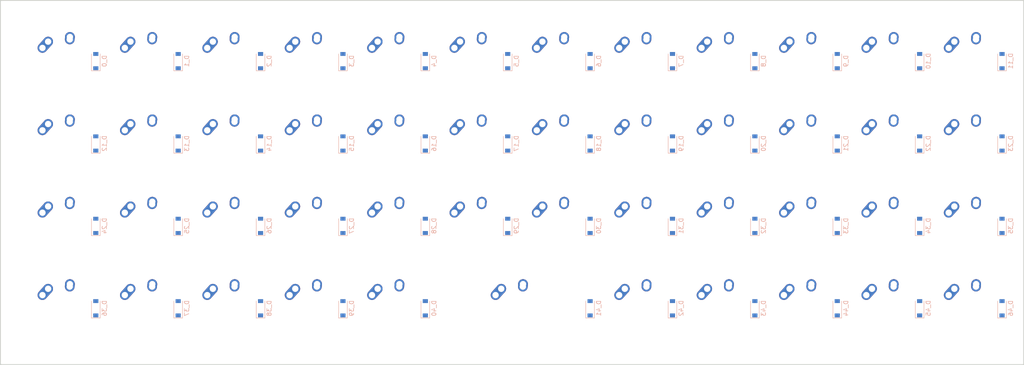
<source format=kicad_pcb>
(kicad_pcb (version 20171130) (host pcbnew "(5.0.0-3-g5ebb6b6)")
  (layers (0 F.Cu signal) (31 B.Cu signal) (34 B.Paste user) (35 F.Paste user) (36 B.SilkS user) (37 F.SilkS user) (38 B.Mask user) (39 F.Mask user) (44 Edge.Cuts user))
  (net 0 "")
  (net 1 "GND")
  (net 2 "VCC")
  (net 3 "col0")
  (net 4 "col1")
  (net 5 "col2")
  (net 6 "col3")
  (net 7 "col4")
  (net 8 "col5")
  (net 9 "col6")
  (net 10 "col7")
  (net 11 "col8")
  (net 12 "col9")
  (net 13 "col10")
  (net 14 "col11")
  (net 15 "col12")
  (net 16 "row0")
  (net 17 "row1")
  (net 18 "row2")
  (net 19 "row3")
  (net 20 "row4")
  (net 21 "Net-(K_0-Pad1)")
  (net 22 "Net-(K_0-Pad2)")
  (net 23 "Net-(K_0-Pad3)")
  (net 24 "Net-(K_0-Pad4)")
  (net 25 "Net-(D_0-Pad1)")
  (net 26 "Net-(D_0-Pad2)")
  (net 27 "Net-(K_1-Pad1)")
  (net 28 "Net-(K_1-Pad2)")
  (net 29 "Net-(K_1-Pad3)")
  (net 30 "Net-(K_1-Pad4)")
  (net 31 "Net-(D_1-Pad1)")
  (net 32 "Net-(D_1-Pad2)")
  (net 33 "Net-(K_2-Pad1)")
  (net 34 "Net-(K_2-Pad2)")
  (net 35 "Net-(K_2-Pad3)")
  (net 36 "Net-(K_2-Pad4)")
  (net 37 "Net-(D_2-Pad1)")
  (net 38 "Net-(D_2-Pad2)")
  (net 39 "Net-(K_3-Pad1)")
  (net 40 "Net-(K_3-Pad2)")
  (net 41 "Net-(K_3-Pad3)")
  (net 42 "Net-(K_3-Pad4)")
  (net 43 "Net-(D_3-Pad1)")
  (net 44 "Net-(D_3-Pad2)")
  (net 45 "Net-(K_4-Pad1)")
  (net 46 "Net-(K_4-Pad2)")
  (net 47 "Net-(K_4-Pad3)")
  (net 48 "Net-(K_4-Pad4)")
  (net 49 "Net-(D_4-Pad1)")
  (net 50 "Net-(D_4-Pad2)")
  (net 51 "Net-(K_5-Pad1)")
  (net 52 "Net-(K_5-Pad2)")
  (net 53 "Net-(K_5-Pad3)")
  (net 54 "Net-(K_5-Pad4)")
  (net 55 "Net-(D_5-Pad1)")
  (net 56 "Net-(D_5-Pad2)")
  (net 57 "Net-(K_6-Pad1)")
  (net 58 "Net-(K_6-Pad2)")
  (net 59 "Net-(K_6-Pad3)")
  (net 60 "Net-(K_6-Pad4)")
  (net 61 "Net-(D_6-Pad1)")
  (net 62 "Net-(D_6-Pad2)")
  (net 63 "Net-(K_7-Pad1)")
  (net 64 "Net-(K_7-Pad2)")
  (net 65 "Net-(K_7-Pad3)")
  (net 66 "Net-(K_7-Pad4)")
  (net 67 "Net-(D_7-Pad1)")
  (net 68 "Net-(D_7-Pad2)")
  (net 69 "Net-(K_8-Pad1)")
  (net 70 "Net-(K_8-Pad2)")
  (net 71 "Net-(K_8-Pad3)")
  (net 72 "Net-(K_8-Pad4)")
  (net 73 "Net-(D_8-Pad1)")
  (net 74 "Net-(D_8-Pad2)")
  (net 75 "Net-(K_9-Pad1)")
  (net 76 "Net-(K_9-Pad2)")
  (net 77 "Net-(K_9-Pad3)")
  (net 78 "Net-(K_9-Pad4)")
  (net 79 "Net-(D_9-Pad1)")
  (net 80 "Net-(D_9-Pad2)")
  (net 81 "Net-(K_10-Pad1)")
  (net 82 "Net-(K_10-Pad2)")
  (net 83 "Net-(K_10-Pad3)")
  (net 84 "Net-(K_10-Pad4)")
  (net 85 "Net-(D_10-Pad1)")
  (net 86 "Net-(D_10-Pad2)")
  (net 87 "Net-(K_11-Pad1)")
  (net 88 "Net-(K_11-Pad2)")
  (net 89 "Net-(K_11-Pad3)")
  (net 90 "Net-(K_11-Pad4)")
  (net 91 "Net-(D_11-Pad1)")
  (net 92 "Net-(D_11-Pad2)")
  (net 93 "Net-(K_12-Pad1)")
  (net 94 "Net-(K_12-Pad2)")
  (net 95 "Net-(K_12-Pad3)")
  (net 96 "Net-(K_12-Pad4)")
  (net 97 "Net-(D_12-Pad1)")
  (net 98 "Net-(D_12-Pad2)")
  (net 99 "Net-(K_13-Pad1)")
  (net 100 "Net-(K_13-Pad2)")
  (net 101 "Net-(K_13-Pad3)")
  (net 102 "Net-(K_13-Pad4)")
  (net 103 "Net-(D_13-Pad1)")
  (net 104 "Net-(D_13-Pad2)")
  (net 105 "Net-(K_14-Pad1)")
  (net 106 "Net-(K_14-Pad2)")
  (net 107 "Net-(K_14-Pad3)")
  (net 108 "Net-(K_14-Pad4)")
  (net 109 "Net-(D_14-Pad1)")
  (net 110 "Net-(D_14-Pad2)")
  (net 111 "Net-(K_15-Pad1)")
  (net 112 "Net-(K_15-Pad2)")
  (net 113 "Net-(K_15-Pad3)")
  (net 114 "Net-(K_15-Pad4)")
  (net 115 "Net-(D_15-Pad1)")
  (net 116 "Net-(D_15-Pad2)")
  (net 117 "Net-(K_16-Pad1)")
  (net 118 "Net-(K_16-Pad2)")
  (net 119 "Net-(K_16-Pad3)")
  (net 120 "Net-(K_16-Pad4)")
  (net 121 "Net-(D_16-Pad1)")
  (net 122 "Net-(D_16-Pad2)")
  (net 123 "Net-(K_17-Pad1)")
  (net 124 "Net-(K_17-Pad2)")
  (net 125 "Net-(K_17-Pad3)")
  (net 126 "Net-(K_17-Pad4)")
  (net 127 "Net-(D_17-Pad1)")
  (net 128 "Net-(D_17-Pad2)")
  (net 129 "Net-(K_18-Pad1)")
  (net 130 "Net-(K_18-Pad2)")
  (net 131 "Net-(K_18-Pad3)")
  (net 132 "Net-(K_18-Pad4)")
  (net 133 "Net-(D_18-Pad1)")
  (net 134 "Net-(D_18-Pad2)")
  (net 135 "Net-(K_19-Pad1)")
  (net 136 "Net-(K_19-Pad2)")
  (net 137 "Net-(K_19-Pad3)")
  (net 138 "Net-(K_19-Pad4)")
  (net 139 "Net-(D_19-Pad1)")
  (net 140 "Net-(D_19-Pad2)")
  (net 141 "Net-(K_20-Pad1)")
  (net 142 "Net-(K_20-Pad2)")
  (net 143 "Net-(K_20-Pad3)")
  (net 144 "Net-(K_20-Pad4)")
  (net 145 "Net-(D_20-Pad1)")
  (net 146 "Net-(D_20-Pad2)")
  (net 147 "Net-(K_21-Pad1)")
  (net 148 "Net-(K_21-Pad2)")
  (net 149 "Net-(K_21-Pad3)")
  (net 150 "Net-(K_21-Pad4)")
  (net 151 "Net-(D_21-Pad1)")
  (net 152 "Net-(D_21-Pad2)")
  (net 153 "Net-(K_22-Pad1)")
  (net 154 "Net-(K_22-Pad2)")
  (net 155 "Net-(K_22-Pad3)")
  (net 156 "Net-(K_22-Pad4)")
  (net 157 "Net-(D_22-Pad1)")
  (net 158 "Net-(D_22-Pad2)")
  (net 159 "Net-(K_23-Pad1)")
  (net 160 "Net-(K_23-Pad2)")
  (net 161 "Net-(K_23-Pad3)")
  (net 162 "Net-(K_23-Pad4)")
  (net 163 "Net-(D_23-Pad1)")
  (net 164 "Net-(D_23-Pad2)")
  (net 165 "Net-(K_24-Pad1)")
  (net 166 "Net-(K_24-Pad2)")
  (net 167 "Net-(K_24-Pad3)")
  (net 168 "Net-(K_24-Pad4)")
  (net 169 "Net-(D_24-Pad1)")
  (net 170 "Net-(D_24-Pad2)")
  (net 171 "Net-(K_25-Pad1)")
  (net 172 "Net-(K_25-Pad2)")
  (net 173 "Net-(K_25-Pad3)")
  (net 174 "Net-(K_25-Pad4)")
  (net 175 "Net-(D_25-Pad1)")
  (net 176 "Net-(D_25-Pad2)")
  (net 177 "Net-(K_26-Pad1)")
  (net 178 "Net-(K_26-Pad2)")
  (net 179 "Net-(K_26-Pad3)")
  (net 180 "Net-(K_26-Pad4)")
  (net 181 "Net-(D_26-Pad1)")
  (net 182 "Net-(D_26-Pad2)")
  (net 183 "Net-(K_27-Pad1)")
  (net 184 "Net-(K_27-Pad2)")
  (net 185 "Net-(K_27-Pad3)")
  (net 186 "Net-(K_27-Pad4)")
  (net 187 "Net-(D_27-Pad1)")
  (net 188 "Net-(D_27-Pad2)")
  (net 189 "Net-(K_28-Pad1)")
  (net 190 "Net-(K_28-Pad2)")
  (net 191 "Net-(K_28-Pad3)")
  (net 192 "Net-(K_28-Pad4)")
  (net 193 "Net-(D_28-Pad1)")
  (net 194 "Net-(D_28-Pad2)")
  (net 195 "Net-(K_29-Pad1)")
  (net 196 "Net-(K_29-Pad2)")
  (net 197 "Net-(K_29-Pad3)")
  (net 198 "Net-(K_29-Pad4)")
  (net 199 "Net-(D_29-Pad1)")
  (net 200 "Net-(D_29-Pad2)")
  (net 201 "Net-(K_30-Pad1)")
  (net 202 "Net-(K_30-Pad2)")
  (net 203 "Net-(K_30-Pad3)")
  (net 204 "Net-(K_30-Pad4)")
  (net 205 "Net-(D_30-Pad1)")
  (net 206 "Net-(D_30-Pad2)")
  (net 207 "Net-(K_31-Pad1)")
  (net 208 "Net-(K_31-Pad2)")
  (net 209 "Net-(K_31-Pad3)")
  (net 210 "Net-(K_31-Pad4)")
  (net 211 "Net-(D_31-Pad1)")
  (net 212 "Net-(D_31-Pad2)")
  (net 213 "Net-(K_32-Pad1)")
  (net 214 "Net-(K_32-Pad2)")
  (net 215 "Net-(K_32-Pad3)")
  (net 216 "Net-(K_32-Pad4)")
  (net 217 "Net-(D_32-Pad1)")
  (net 218 "Net-(D_32-Pad2)")
  (net 219 "Net-(K_33-Pad1)")
  (net 220 "Net-(K_33-Pad2)")
  (net 221 "Net-(K_33-Pad3)")
  (net 222 "Net-(K_33-Pad4)")
  (net 223 "Net-(D_33-Pad1)")
  (net 224 "Net-(D_33-Pad2)")
  (net 225 "Net-(K_34-Pad1)")
  (net 226 "Net-(K_34-Pad2)")
  (net 227 "Net-(K_34-Pad3)")
  (net 228 "Net-(K_34-Pad4)")
  (net 229 "Net-(D_34-Pad1)")
  (net 230 "Net-(D_34-Pad2)")
  (net 231 "Net-(K_35-Pad1)")
  (net 232 "Net-(K_35-Pad2)")
  (net 233 "Net-(K_35-Pad3)")
  (net 234 "Net-(K_35-Pad4)")
  (net 235 "Net-(D_35-Pad1)")
  (net 236 "Net-(D_35-Pad2)")
  (net 237 "Net-(K_36-Pad1)")
  (net 238 "Net-(K_36-Pad2)")
  (net 239 "Net-(K_36-Pad3)")
  (net 240 "Net-(K_36-Pad4)")
  (net 241 "Net-(D_36-Pad1)")
  (net 242 "Net-(D_36-Pad2)")
  (net 243 "Net-(K_37-Pad1)")
  (net 244 "Net-(K_37-Pad2)")
  (net 245 "Net-(K_37-Pad3)")
  (net 246 "Net-(K_37-Pad4)")
  (net 247 "Net-(D_37-Pad1)")
  (net 248 "Net-(D_37-Pad2)")
  (net 249 "Net-(K_38-Pad1)")
  (net 250 "Net-(K_38-Pad2)")
  (net 251 "Net-(K_38-Pad3)")
  (net 252 "Net-(K_38-Pad4)")
  (net 253 "Net-(D_38-Pad1)")
  (net 254 "Net-(D_38-Pad2)")
  (net 255 "Net-(K_39-Pad1)")
  (net 256 "Net-(K_39-Pad2)")
  (net 257 "Net-(K_39-Pad3)")
  (net 258 "Net-(K_39-Pad4)")
  (net 259 "Net-(D_39-Pad1)")
  (net 260 "Net-(D_39-Pad2)")
  (net 261 "Net-(K_40-Pad1)")
  (net 262 "Net-(K_40-Pad2)")
  (net 263 "Net-(K_40-Pad3)")
  (net 264 "Net-(K_40-Pad4)")
  (net 265 "Net-(D_40-Pad1)")
  (net 266 "Net-(D_40-Pad2)")
  (net 267 "Net-(K_41-Pad1)")
  (net 268 "Net-(K_41-Pad2)")
  (net 269 "Net-(K_41-Pad3)")
  (net 270 "Net-(K_41-Pad4)")
  (net 271 "Net-(D_41-Pad1)")
  (net 272 "Net-(D_41-Pad2)")
  (net 273 "Net-(K_42-Pad1)")
  (net 274 "Net-(K_42-Pad2)")
  (net 275 "Net-(K_42-Pad3)")
  (net 276 "Net-(K_42-Pad4)")
  (net 277 "Net-(D_42-Pad1)")
  (net 278 "Net-(D_42-Pad2)")
  (net 279 "Net-(K_43-Pad1)")
  (net 280 "Net-(K_43-Pad2)")
  (net 281 "Net-(K_43-Pad3)")
  (net 282 "Net-(K_43-Pad4)")
  (net 283 "Net-(D_43-Pad1)")
  (net 284 "Net-(D_43-Pad2)")
  (net 285 "Net-(K_44-Pad1)")
  (net 286 "Net-(K_44-Pad2)")
  (net 287 "Net-(K_44-Pad3)")
  (net 288 "Net-(K_44-Pad4)")
  (net 289 "Net-(D_44-Pad1)")
  (net 290 "Net-(D_44-Pad2)")
  (net 291 "Net-(K_45-Pad1)")
  (net 292 "Net-(K_45-Pad2)")
  (net 293 "Net-(K_45-Pad3)")
  (net 294 "Net-(K_45-Pad4)")
  (net 295 "Net-(D_45-Pad1)")
  (net 296 "Net-(D_45-Pad2)")
  (net 297 "Net-(K_46-Pad1)")
  (net 298 "Net-(K_46-Pad2)")
  (net 299 "Net-(K_46-Pad3)")
  (net 300 "Net-(K_46-Pad4)")
  (net 301 "Net-(D_46-Pad1)")
  (net 302 "Net-(D_46-Pad2)")
  (module MX_Alps_Hybrid:MX-1U-NoLED (layer F.Cu) (at 9.525 9.525)
    (fp_text reference K_0)
    (fp_text value KEYSW)
    (pad 1 thru_hole circle (at -2.5 -4) (size 2.25 2.25) (drill 1.47) (layers *.Cu B.Mask) (net 3 "col0"))
    (pad 1 thru_hole oval (at -3.81 -2.54 48.0996) (size 4.211556 2.25) (drill 1.47 (offset 0.980778 0)) (layers *.Cu B.Mask) (net 3 "col0"))
    (pad 2 thru_hole oval (at 2.5 -4.5 86.0548) (size 2.831378 2.25) (drill 1.47 (offset 0.290689 0)) (layers *.Cu B.Mask) (net 26 "Net-(D_0-Pad2)"))
    (pad 2 thru_hole circle (at 2.54 -5.08) (size 2.25 2.25) (drill 1.47) (layers *.Cu B.Mask) (net 26 "Net-(D_0-Pad2)"))
    (pad "" np_thru_hole circle (at 0 0) (size 3.9878 3.9878) (drill 3.9878) (layers *.Cu *.Mask))
    (pad "" np_thru_hole circle (at -5.08 0 48.0996) (size 1.75 1.75) (drill 1.75) (layers *.Cu *.Mask))
    (pad "" np_thru_hole circle (at 5.08 0 48.0996) (size 1.75 1.75) (drill 1.75) (layers *.Cu *.Mask))
  )
  (module Diode_SMD:D_SOD-123 (layer B.Cu) (at 18.05 10.025 90)
    (fp_text reference D_0 (at 0 2 90) (layer B.SilkS) (effects (justify mirror)))
    (fp_text value D)
    (pad 2 smd rect (at 1.65 0 90) (size 0.9 1.2) (layers B.Cu B.Paste B.Mask) (net 26 "Net-(D_0-Pad2)"))
    (pad 1 smd rect (at -1.65 0 90) (size 0.9 1.2) (layers B.Cu B.Paste B.Mask) (net 16 "row0"))
  )
  (module MX_Alps_Hybrid:MX-1U-NoLED (layer F.Cu) (at 28.575 9.525)
    (fp_text reference K_1)
    (fp_text value KEYSW)
    (pad 1 thru_hole circle (at -2.5 -4) (size 2.25 2.25) (drill 1.47) (layers *.Cu B.Mask) (net 4 "col1"))
    (pad 1 thru_hole oval (at -3.81 -2.54 48.0996) (size 4.211556 2.25) (drill 1.47 (offset 0.980778 0)) (layers *.Cu B.Mask) (net 4 "col1"))
    (pad 2 thru_hole oval (at 2.5 -4.5 86.0548) (size 2.831378 2.25) (drill 1.47 (offset 0.290689 0)) (layers *.Cu B.Mask) (net 32 "Net-(D_1-Pad2)"))
    (pad 2 thru_hole circle (at 2.54 -5.08) (size 2.25 2.25) (drill 1.47) (layers *.Cu B.Mask) (net 32 "Net-(D_1-Pad2)"))
    (pad "" np_thru_hole circle (at 0 0) (size 3.9878 3.9878) (drill 3.9878) (layers *.Cu *.Mask))
    (pad "" np_thru_hole circle (at -5.08 0 48.0996) (size 1.75 1.75) (drill 1.75) (layers *.Cu *.Mask))
    (pad "" np_thru_hole circle (at 5.08 0 48.0996) (size 1.75 1.75) (drill 1.75) (layers *.Cu *.Mask))
  )
  (module Diode_SMD:D_SOD-123 (layer B.Cu) (at 37.1 10.025 90)
    (fp_text reference D_1 (at 0 2 90) (layer B.SilkS) (effects (justify mirror)))
    (fp_text value D)
    (pad 2 smd rect (at 1.65 0 90) (size 0.9 1.2) (layers B.Cu B.Paste B.Mask) (net 32 "Net-(D_1-Pad2)"))
    (pad 1 smd rect (at -1.65 0 90) (size 0.9 1.2) (layers B.Cu B.Paste B.Mask) (net 16 "row0"))
  )
  (module MX_Alps_Hybrid:MX-1U-NoLED (layer F.Cu) (at 47.625 9.525)
    (fp_text reference K_2)
    (fp_text value KEYSW)
    (pad 1 thru_hole circle (at -2.5 -4) (size 2.25 2.25) (drill 1.47) (layers *.Cu B.Mask) (net 5 "col2"))
    (pad 1 thru_hole oval (at -3.81 -2.54 48.0996) (size 4.211556 2.25) (drill 1.47 (offset 0.980778 0)) (layers *.Cu B.Mask) (net 5 "col2"))
    (pad 2 thru_hole oval (at 2.5 -4.5 86.0548) (size 2.831378 2.25) (drill 1.47 (offset 0.290689 0)) (layers *.Cu B.Mask) (net 38 "Net-(D_2-Pad2)"))
    (pad 2 thru_hole circle (at 2.54 -5.08) (size 2.25 2.25) (drill 1.47) (layers *.Cu B.Mask) (net 38 "Net-(D_2-Pad2)"))
    (pad "" np_thru_hole circle (at 0 0) (size 3.9878 3.9878) (drill 3.9878) (layers *.Cu *.Mask))
    (pad "" np_thru_hole circle (at -5.08 0 48.0996) (size 1.75 1.75) (drill 1.75) (layers *.Cu *.Mask))
    (pad "" np_thru_hole circle (at 5.08 0 48.0996) (size 1.75 1.75) (drill 1.75) (layers *.Cu *.Mask))
  )
  (module Diode_SMD:D_SOD-123 (layer B.Cu) (at 56.15 10.025 90)
    (fp_text reference D_2 (at 0 2 90) (layer B.SilkS) (effects (justify mirror)))
    (fp_text value D)
    (pad 2 smd rect (at 1.65 0 90) (size 0.9 1.2) (layers B.Cu B.Paste B.Mask) (net 38 "Net-(D_2-Pad2)"))
    (pad 1 smd rect (at -1.65 0 90) (size 0.9 1.2) (layers B.Cu B.Paste B.Mask) (net 16 "row0"))
  )
  (module MX_Alps_Hybrid:MX-1U-NoLED (layer F.Cu) (at 66.675 9.525)
    (fp_text reference K_3)
    (fp_text value KEYSW)
    (pad 1 thru_hole circle (at -2.5 -4) (size 2.25 2.25) (drill 1.47) (layers *.Cu B.Mask) (net 6 "col3"))
    (pad 1 thru_hole oval (at -3.81 -2.54 48.0996) (size 4.211556 2.25) (drill 1.47 (offset 0.980778 0)) (layers *.Cu B.Mask) (net 6 "col3"))
    (pad 2 thru_hole oval (at 2.5 -4.5 86.0548) (size 2.831378 2.25) (drill 1.47 (offset 0.290689 0)) (layers *.Cu B.Mask) (net 44 "Net-(D_3-Pad2)"))
    (pad 2 thru_hole circle (at 2.54 -5.08) (size 2.25 2.25) (drill 1.47) (layers *.Cu B.Mask) (net 44 "Net-(D_3-Pad2)"))
    (pad "" np_thru_hole circle (at 0 0) (size 3.9878 3.9878) (drill 3.9878) (layers *.Cu *.Mask))
    (pad "" np_thru_hole circle (at -5.08 0 48.0996) (size 1.75 1.75) (drill 1.75) (layers *.Cu *.Mask))
    (pad "" np_thru_hole circle (at 5.08 0 48.0996) (size 1.75 1.75) (drill 1.75) (layers *.Cu *.Mask))
  )
  (module Diode_SMD:D_SOD-123 (layer B.Cu) (at 75.2 10.025 90)
    (fp_text reference D_3 (at 0 2 90) (layer B.SilkS) (effects (justify mirror)))
    (fp_text value D)
    (pad 2 smd rect (at 1.65 0 90) (size 0.9 1.2) (layers B.Cu B.Paste B.Mask) (net 44 "Net-(D_3-Pad2)"))
    (pad 1 smd rect (at -1.65 0 90) (size 0.9 1.2) (layers B.Cu B.Paste B.Mask) (net 16 "row0"))
  )
  (module MX_Alps_Hybrid:MX-1U-NoLED (layer F.Cu) (at 85.725 9.525)
    (fp_text reference K_4)
    (fp_text value KEYSW)
    (pad 1 thru_hole circle (at -2.5 -4) (size 2.25 2.25) (drill 1.47) (layers *.Cu B.Mask) (net 7 "col4"))
    (pad 1 thru_hole oval (at -3.81 -2.54 48.0996) (size 4.211556 2.25) (drill 1.47 (offset 0.980778 0)) (layers *.Cu B.Mask) (net 7 "col4"))
    (pad 2 thru_hole oval (at 2.5 -4.5 86.0548) (size 2.831378 2.25) (drill 1.47 (offset 0.290689 0)) (layers *.Cu B.Mask) (net 50 "Net-(D_4-Pad2)"))
    (pad 2 thru_hole circle (at 2.54 -5.08) (size 2.25 2.25) (drill 1.47) (layers *.Cu B.Mask) (net 50 "Net-(D_4-Pad2)"))
    (pad "" np_thru_hole circle (at 0 0) (size 3.9878 3.9878) (drill 3.9878) (layers *.Cu *.Mask))
    (pad "" np_thru_hole circle (at -5.08 0 48.0996) (size 1.75 1.75) (drill 1.75) (layers *.Cu *.Mask))
    (pad "" np_thru_hole circle (at 5.08 0 48.0996) (size 1.75 1.75) (drill 1.75) (layers *.Cu *.Mask))
  )
  (module Diode_SMD:D_SOD-123 (layer B.Cu) (at 94.25 10.025 90)
    (fp_text reference D_4 (at 0 2 90) (layer B.SilkS) (effects (justify mirror)))
    (fp_text value D)
    (pad 2 smd rect (at 1.65 0 90) (size 0.9 1.2) (layers B.Cu B.Paste B.Mask) (net 50 "Net-(D_4-Pad2)"))
    (pad 1 smd rect (at -1.65 0 90) (size 0.9 1.2) (layers B.Cu B.Paste B.Mask) (net 16 "row0"))
  )
  (module MX_Alps_Hybrid:MX-1U-NoLED (layer F.Cu) (at 104.775 9.525)
    (fp_text reference K_5)
    (fp_text value KEYSW)
    (pad 1 thru_hole circle (at -2.5 -4) (size 2.25 2.25) (drill 1.47) (layers *.Cu B.Mask) (net 8 "col5"))
    (pad 1 thru_hole oval (at -3.81 -2.54 48.0996) (size 4.211556 2.25) (drill 1.47 (offset 0.980778 0)) (layers *.Cu B.Mask) (net 8 "col5"))
    (pad 2 thru_hole oval (at 2.5 -4.5 86.0548) (size 2.831378 2.25) (drill 1.47 (offset 0.290689 0)) (layers *.Cu B.Mask) (net 56 "Net-(D_5-Pad2)"))
    (pad 2 thru_hole circle (at 2.54 -5.08) (size 2.25 2.25) (drill 1.47) (layers *.Cu B.Mask) (net 56 "Net-(D_5-Pad2)"))
    (pad "" np_thru_hole circle (at 0 0) (size 3.9878 3.9878) (drill 3.9878) (layers *.Cu *.Mask))
    (pad "" np_thru_hole circle (at -5.08 0 48.0996) (size 1.75 1.75) (drill 1.75) (layers *.Cu *.Mask))
    (pad "" np_thru_hole circle (at 5.08 0 48.0996) (size 1.75 1.75) (drill 1.75) (layers *.Cu *.Mask))
  )
  (module Diode_SMD:D_SOD-123 (layer B.Cu) (at 113.3 10.025 90)
    (fp_text reference D_5 (at 0 2 90) (layer B.SilkS) (effects (justify mirror)))
    (fp_text value D)
    (pad 2 smd rect (at 1.65 0 90) (size 0.9 1.2) (layers B.Cu B.Paste B.Mask) (net 56 "Net-(D_5-Pad2)"))
    (pad 1 smd rect (at -1.65 0 90) (size 0.9 1.2) (layers B.Cu B.Paste B.Mask) (net 16 "row0"))
  )
  (module MX_Alps_Hybrid:MX-1U-NoLED (layer F.Cu) (at 123.825 9.525)
    (fp_text reference K_6)
    (fp_text value KEYSW)
    (pad 1 thru_hole circle (at -2.5 -4) (size 2.25 2.25) (drill 1.47) (layers *.Cu B.Mask) (net 9 "col6"))
    (pad 1 thru_hole oval (at -3.81 -2.54 48.0996) (size 4.211556 2.25) (drill 1.47 (offset 0.980778 0)) (layers *.Cu B.Mask) (net 9 "col6"))
    (pad 2 thru_hole oval (at 2.5 -4.5 86.0548) (size 2.831378 2.25) (drill 1.47 (offset 0.290689 0)) (layers *.Cu B.Mask) (net 62 "Net-(D_6-Pad2)"))
    (pad 2 thru_hole circle (at 2.54 -5.08) (size 2.25 2.25) (drill 1.47) (layers *.Cu B.Mask) (net 62 "Net-(D_6-Pad2)"))
    (pad "" np_thru_hole circle (at 0 0) (size 3.9878 3.9878) (drill 3.9878) (layers *.Cu *.Mask))
    (pad "" np_thru_hole circle (at -5.08 0 48.0996) (size 1.75 1.75) (drill 1.75) (layers *.Cu *.Mask))
    (pad "" np_thru_hole circle (at 5.08 0 48.0996) (size 1.75 1.75) (drill 1.75) (layers *.Cu *.Mask))
  )
  (module Diode_SMD:D_SOD-123 (layer B.Cu) (at 132.35 10.025 90)
    (fp_text reference D_6 (at 0 2 90) (layer B.SilkS) (effects (justify mirror)))
    (fp_text value D)
    (pad 2 smd rect (at 1.65 0 90) (size 0.9 1.2) (layers B.Cu B.Paste B.Mask) (net 62 "Net-(D_6-Pad2)"))
    (pad 1 smd rect (at -1.65 0 90) (size 0.9 1.2) (layers B.Cu B.Paste B.Mask) (net 16 "row0"))
  )
  (module MX_Alps_Hybrid:MX-1U-NoLED (layer F.Cu) (at 142.875 9.525)
    (fp_text reference K_7)
    (fp_text value KEYSW)
    (pad 1 thru_hole circle (at -2.5 -4) (size 2.25 2.25) (drill 1.47) (layers *.Cu B.Mask) (net 10 "col7"))
    (pad 1 thru_hole oval (at -3.81 -2.54 48.0996) (size 4.211556 2.25) (drill 1.47 (offset 0.980778 0)) (layers *.Cu B.Mask) (net 10 "col7"))
    (pad 2 thru_hole oval (at 2.5 -4.5 86.0548) (size 2.831378 2.25) (drill 1.47 (offset 0.290689 0)) (layers *.Cu B.Mask) (net 68 "Net-(D_7-Pad2)"))
    (pad 2 thru_hole circle (at 2.54 -5.08) (size 2.25 2.25) (drill 1.47) (layers *.Cu B.Mask) (net 68 "Net-(D_7-Pad2)"))
    (pad "" np_thru_hole circle (at 0 0) (size 3.9878 3.9878) (drill 3.9878) (layers *.Cu *.Mask))
    (pad "" np_thru_hole circle (at -5.08 0 48.0996) (size 1.75 1.75) (drill 1.75) (layers *.Cu *.Mask))
    (pad "" np_thru_hole circle (at 5.08 0 48.0996) (size 1.75 1.75) (drill 1.75) (layers *.Cu *.Mask))
  )
  (module Diode_SMD:D_SOD-123 (layer B.Cu) (at 151.4 10.025 90)
    (fp_text reference D_7 (at 0 2 90) (layer B.SilkS) (effects (justify mirror)))
    (fp_text value D)
    (pad 2 smd rect (at 1.65 0 90) (size 0.9 1.2) (layers B.Cu B.Paste B.Mask) (net 68 "Net-(D_7-Pad2)"))
    (pad 1 smd rect (at -1.65 0 90) (size 0.9 1.2) (layers B.Cu B.Paste B.Mask) (net 16 "row0"))
  )
  (module MX_Alps_Hybrid:MX-1U-NoLED (layer F.Cu) (at 161.925 9.525)
    (fp_text reference K_8)
    (fp_text value KEYSW)
    (pad 1 thru_hole circle (at -2.5 -4) (size 2.25 2.25) (drill 1.47) (layers *.Cu B.Mask) (net 11 "col8"))
    (pad 1 thru_hole oval (at -3.81 -2.54 48.0996) (size 4.211556 2.25) (drill 1.47 (offset 0.980778 0)) (layers *.Cu B.Mask) (net 11 "col8"))
    (pad 2 thru_hole oval (at 2.5 -4.5 86.0548) (size 2.831378 2.25) (drill 1.47 (offset 0.290689 0)) (layers *.Cu B.Mask) (net 74 "Net-(D_8-Pad2)"))
    (pad 2 thru_hole circle (at 2.54 -5.08) (size 2.25 2.25) (drill 1.47) (layers *.Cu B.Mask) (net 74 "Net-(D_8-Pad2)"))
    (pad "" np_thru_hole circle (at 0 0) (size 3.9878 3.9878) (drill 3.9878) (layers *.Cu *.Mask))
    (pad "" np_thru_hole circle (at -5.08 0 48.0996) (size 1.75 1.75) (drill 1.75) (layers *.Cu *.Mask))
    (pad "" np_thru_hole circle (at 5.08 0 48.0996) (size 1.75 1.75) (drill 1.75) (layers *.Cu *.Mask))
  )
  (module Diode_SMD:D_SOD-123 (layer B.Cu) (at 170.45 10.025 90)
    (fp_text reference D_8 (at 0 2 90) (layer B.SilkS) (effects (justify mirror)))
    (fp_text value D)
    (pad 2 smd rect (at 1.65 0 90) (size 0.9 1.2) (layers B.Cu B.Paste B.Mask) (net 74 "Net-(D_8-Pad2)"))
    (pad 1 smd rect (at -1.65 0 90) (size 0.9 1.2) (layers B.Cu B.Paste B.Mask) (net 16 "row0"))
  )
  (module MX_Alps_Hybrid:MX-1U-NoLED (layer F.Cu) (at 180.975 9.525)
    (fp_text reference K_9)
    (fp_text value KEYSW)
    (pad 1 thru_hole circle (at -2.5 -4) (size 2.25 2.25) (drill 1.47) (layers *.Cu B.Mask) (net 12 "col9"))
    (pad 1 thru_hole oval (at -3.81 -2.54 48.0996) (size 4.211556 2.25) (drill 1.47 (offset 0.980778 0)) (layers *.Cu B.Mask) (net 12 "col9"))
    (pad 2 thru_hole oval (at 2.5 -4.5 86.0548) (size 2.831378 2.25) (drill 1.47 (offset 0.290689 0)) (layers *.Cu B.Mask) (net 80 "Net-(D_9-Pad2)"))
    (pad 2 thru_hole circle (at 2.54 -5.08) (size 2.25 2.25) (drill 1.47) (layers *.Cu B.Mask) (net 80 "Net-(D_9-Pad2)"))
    (pad "" np_thru_hole circle (at 0 0) (size 3.9878 3.9878) (drill 3.9878) (layers *.Cu *.Mask))
    (pad "" np_thru_hole circle (at -5.08 0 48.0996) (size 1.75 1.75) (drill 1.75) (layers *.Cu *.Mask))
    (pad "" np_thru_hole circle (at 5.08 0 48.0996) (size 1.75 1.75) (drill 1.75) (layers *.Cu *.Mask))
  )
  (module Diode_SMD:D_SOD-123 (layer B.Cu) (at 189.5 10.025 90)
    (fp_text reference D_9 (at 0 2 90) (layer B.SilkS) (effects (justify mirror)))
    (fp_text value D)
    (pad 2 smd rect (at 1.65 0 90) (size 0.9 1.2) (layers B.Cu B.Paste B.Mask) (net 80 "Net-(D_9-Pad2)"))
    (pad 1 smd rect (at -1.65 0 90) (size 0.9 1.2) (layers B.Cu B.Paste B.Mask) (net 16 "row0"))
  )
  (module MX_Alps_Hybrid:MX-1U-NoLED (layer F.Cu) (at 200.025 9.525)
    (fp_text reference K_10)
    (fp_text value KEYSW)
    (pad 1 thru_hole circle (at -2.5 -4) (size 2.25 2.25) (drill 1.47) (layers *.Cu B.Mask) (net 13 "col10"))
    (pad 1 thru_hole oval (at -3.81 -2.54 48.0996) (size 4.211556 2.25) (drill 1.47 (offset 0.980778 0)) (layers *.Cu B.Mask) (net 13 "col10"))
    (pad 2 thru_hole oval (at 2.5 -4.5 86.0548) (size 2.831378 2.25) (drill 1.47 (offset 0.290689 0)) (layers *.Cu B.Mask) (net 86 "Net-(D_10-Pad2)"))
    (pad 2 thru_hole circle (at 2.54 -5.08) (size 2.25 2.25) (drill 1.47) (layers *.Cu B.Mask) (net 86 "Net-(D_10-Pad2)"))
    (pad "" np_thru_hole circle (at 0 0) (size 3.9878 3.9878) (drill 3.9878) (layers *.Cu *.Mask))
    (pad "" np_thru_hole circle (at -5.08 0 48.0996) (size 1.75 1.75) (drill 1.75) (layers *.Cu *.Mask))
    (pad "" np_thru_hole circle (at 5.08 0 48.0996) (size 1.75 1.75) (drill 1.75) (layers *.Cu *.Mask))
  )
  (module Diode_SMD:D_SOD-123 (layer B.Cu) (at 208.55 10.025 90)
    (fp_text reference D_10 (at 0 2 90) (layer B.SilkS) (effects (justify mirror)))
    (fp_text value D)
    (pad 2 smd rect (at 1.65 0 90) (size 0.9 1.2) (layers B.Cu B.Paste B.Mask) (net 86 "Net-(D_10-Pad2)"))
    (pad 1 smd rect (at -1.65 0 90) (size 0.9 1.2) (layers B.Cu B.Paste B.Mask) (net 16 "row0"))
  )
  (module MX_Alps_Hybrid:MX-1U-NoLED (layer F.Cu) (at 219.075 9.525)
    (fp_text reference K_11)
    (fp_text value KEYSW)
    (pad 1 thru_hole circle (at -2.5 -4) (size 2.25 2.25) (drill 1.47) (layers *.Cu B.Mask) (net 14 "col11"))
    (pad 1 thru_hole oval (at -3.81 -2.54 48.0996) (size 4.211556 2.25) (drill 1.47 (offset 0.980778 0)) (layers *.Cu B.Mask) (net 14 "col11"))
    (pad 2 thru_hole oval (at 2.5 -4.5 86.0548) (size 2.831378 2.25) (drill 1.47 (offset 0.290689 0)) (layers *.Cu B.Mask) (net 92 "Net-(D_11-Pad2)"))
    (pad 2 thru_hole circle (at 2.54 -5.08) (size 2.25 2.25) (drill 1.47) (layers *.Cu B.Mask) (net 92 "Net-(D_11-Pad2)"))
    (pad "" np_thru_hole circle (at 0 0) (size 3.9878 3.9878) (drill 3.9878) (layers *.Cu *.Mask))
    (pad "" np_thru_hole circle (at -5.08 0 48.0996) (size 1.75 1.75) (drill 1.75) (layers *.Cu *.Mask))
    (pad "" np_thru_hole circle (at 5.08 0 48.0996) (size 1.75 1.75) (drill 1.75) (layers *.Cu *.Mask))
  )
  (module Diode_SMD:D_SOD-123 (layer B.Cu) (at 227.6 10.025 90)
    (fp_text reference D_11 (at 0 2 90) (layer B.SilkS) (effects (justify mirror)))
    (fp_text value D)
    (pad 2 smd rect (at 1.65 0 90) (size 0.9 1.2) (layers B.Cu B.Paste B.Mask) (net 92 "Net-(D_11-Pad2)"))
    (pad 1 smd rect (at -1.65 0 90) (size 0.9 1.2) (layers B.Cu B.Paste B.Mask) (net 16 "row0"))
  )
  (module MX_Alps_Hybrid:MX-1U-NoLED (layer F.Cu) (at 9.525 28.575)
    (fp_text reference K_12)
    (fp_text value KEYSW)
    (pad 1 thru_hole circle (at -2.5 -4) (size 2.25 2.25) (drill 1.47) (layers *.Cu B.Mask) (net 3 "col0"))
    (pad 1 thru_hole oval (at -3.81 -2.54 48.0996) (size 4.211556 2.25) (drill 1.47 (offset 0.980778 0)) (layers *.Cu B.Mask) (net 3 "col0"))
    (pad 2 thru_hole oval (at 2.5 -4.5 86.0548) (size 2.831378 2.25) (drill 1.47 (offset 0.290689 0)) (layers *.Cu B.Mask) (net 98 "Net-(D_12-Pad2)"))
    (pad 2 thru_hole circle (at 2.54 -5.08) (size 2.25 2.25) (drill 1.47) (layers *.Cu B.Mask) (net 98 "Net-(D_12-Pad2)"))
    (pad "" np_thru_hole circle (at 0 0) (size 3.9878 3.9878) (drill 3.9878) (layers *.Cu *.Mask))
    (pad "" np_thru_hole circle (at -5.08 0 48.0996) (size 1.75 1.75) (drill 1.75) (layers *.Cu *.Mask))
    (pad "" np_thru_hole circle (at 5.08 0 48.0996) (size 1.75 1.75) (drill 1.75) (layers *.Cu *.Mask))
  )
  (module Diode_SMD:D_SOD-123 (layer B.Cu) (at 18.05 29.075 90)
    (fp_text reference D_12 (at 0 2 90) (layer B.SilkS) (effects (justify mirror)))
    (fp_text value D)
    (pad 2 smd rect (at 1.65 0 90) (size 0.9 1.2) (layers B.Cu B.Paste B.Mask) (net 98 "Net-(D_12-Pad2)"))
    (pad 1 smd rect (at -1.65 0 90) (size 0.9 1.2) (layers B.Cu B.Paste B.Mask) (net 17 "row1"))
  )
  (module MX_Alps_Hybrid:MX-1U-NoLED (layer F.Cu) (at 28.575 28.575)
    (fp_text reference K_13)
    (fp_text value KEYSW)
    (pad 1 thru_hole circle (at -2.5 -4) (size 2.25 2.25) (drill 1.47) (layers *.Cu B.Mask) (net 4 "col1"))
    (pad 1 thru_hole oval (at -3.81 -2.54 48.0996) (size 4.211556 2.25) (drill 1.47 (offset 0.980778 0)) (layers *.Cu B.Mask) (net 4 "col1"))
    (pad 2 thru_hole oval (at 2.5 -4.5 86.0548) (size 2.831378 2.25) (drill 1.47 (offset 0.290689 0)) (layers *.Cu B.Mask) (net 104 "Net-(D_13-Pad2)"))
    (pad 2 thru_hole circle (at 2.54 -5.08) (size 2.25 2.25) (drill 1.47) (layers *.Cu B.Mask) (net 104 "Net-(D_13-Pad2)"))
    (pad "" np_thru_hole circle (at 0 0) (size 3.9878 3.9878) (drill 3.9878) (layers *.Cu *.Mask))
    (pad "" np_thru_hole circle (at -5.08 0 48.0996) (size 1.75 1.75) (drill 1.75) (layers *.Cu *.Mask))
    (pad "" np_thru_hole circle (at 5.08 0 48.0996) (size 1.75 1.75) (drill 1.75) (layers *.Cu *.Mask))
  )
  (module Diode_SMD:D_SOD-123 (layer B.Cu) (at 37.1 29.075 90)
    (fp_text reference D_13 (at 0 2 90) (layer B.SilkS) (effects (justify mirror)))
    (fp_text value D)
    (pad 2 smd rect (at 1.65 0 90) (size 0.9 1.2) (layers B.Cu B.Paste B.Mask) (net 104 "Net-(D_13-Pad2)"))
    (pad 1 smd rect (at -1.65 0 90) (size 0.9 1.2) (layers B.Cu B.Paste B.Mask) (net 17 "row1"))
  )
  (module MX_Alps_Hybrid:MX-1U-NoLED (layer F.Cu) (at 47.625 28.575)
    (fp_text reference K_14)
    (fp_text value KEYSW)
    (pad 1 thru_hole circle (at -2.5 -4) (size 2.25 2.25) (drill 1.47) (layers *.Cu B.Mask) (net 5 "col2"))
    (pad 1 thru_hole oval (at -3.81 -2.54 48.0996) (size 4.211556 2.25) (drill 1.47 (offset 0.980778 0)) (layers *.Cu B.Mask) (net 5 "col2"))
    (pad 2 thru_hole oval (at 2.5 -4.5 86.0548) (size 2.831378 2.25) (drill 1.47 (offset 0.290689 0)) (layers *.Cu B.Mask) (net 110 "Net-(D_14-Pad2)"))
    (pad 2 thru_hole circle (at 2.54 -5.08) (size 2.25 2.25) (drill 1.47) (layers *.Cu B.Mask) (net 110 "Net-(D_14-Pad2)"))
    (pad "" np_thru_hole circle (at 0 0) (size 3.9878 3.9878) (drill 3.9878) (layers *.Cu *.Mask))
    (pad "" np_thru_hole circle (at -5.08 0 48.0996) (size 1.75 1.75) (drill 1.75) (layers *.Cu *.Mask))
    (pad "" np_thru_hole circle (at 5.08 0 48.0996) (size 1.75 1.75) (drill 1.75) (layers *.Cu *.Mask))
  )
  (module Diode_SMD:D_SOD-123 (layer B.Cu) (at 56.15 29.075 90)
    (fp_text reference D_14 (at 0 2 90) (layer B.SilkS) (effects (justify mirror)))
    (fp_text value D)
    (pad 2 smd rect (at 1.65 0 90) (size 0.9 1.2) (layers B.Cu B.Paste B.Mask) (net 110 "Net-(D_14-Pad2)"))
    (pad 1 smd rect (at -1.65 0 90) (size 0.9 1.2) (layers B.Cu B.Paste B.Mask) (net 17 "row1"))
  )
  (module MX_Alps_Hybrid:MX-1U-NoLED (layer F.Cu) (at 66.675 28.575)
    (fp_text reference K_15)
    (fp_text value KEYSW)
    (pad 1 thru_hole circle (at -2.5 -4) (size 2.25 2.25) (drill 1.47) (layers *.Cu B.Mask) (net 6 "col3"))
    (pad 1 thru_hole oval (at -3.81 -2.54 48.0996) (size 4.211556 2.25) (drill 1.47 (offset 0.980778 0)) (layers *.Cu B.Mask) (net 6 "col3"))
    (pad 2 thru_hole oval (at 2.5 -4.5 86.0548) (size 2.831378 2.25) (drill 1.47 (offset 0.290689 0)) (layers *.Cu B.Mask) (net 116 "Net-(D_15-Pad2)"))
    (pad 2 thru_hole circle (at 2.54 -5.08) (size 2.25 2.25) (drill 1.47) (layers *.Cu B.Mask) (net 116 "Net-(D_15-Pad2)"))
    (pad "" np_thru_hole circle (at 0 0) (size 3.9878 3.9878) (drill 3.9878) (layers *.Cu *.Mask))
    (pad "" np_thru_hole circle (at -5.08 0 48.0996) (size 1.75 1.75) (drill 1.75) (layers *.Cu *.Mask))
    (pad "" np_thru_hole circle (at 5.08 0 48.0996) (size 1.75 1.75) (drill 1.75) (layers *.Cu *.Mask))
  )
  (module Diode_SMD:D_SOD-123 (layer B.Cu) (at 75.2 29.075 90)
    (fp_text reference D_15 (at 0 2 90) (layer B.SilkS) (effects (justify mirror)))
    (fp_text value D)
    (pad 2 smd rect (at 1.65 0 90) (size 0.9 1.2) (layers B.Cu B.Paste B.Mask) (net 116 "Net-(D_15-Pad2)"))
    (pad 1 smd rect (at -1.65 0 90) (size 0.9 1.2) (layers B.Cu B.Paste B.Mask) (net 17 "row1"))
  )
  (module MX_Alps_Hybrid:MX-1U-NoLED (layer F.Cu) (at 85.725 28.575)
    (fp_text reference K_16)
    (fp_text value KEYSW)
    (pad 1 thru_hole circle (at -2.5 -4) (size 2.25 2.25) (drill 1.47) (layers *.Cu B.Mask) (net 7 "col4"))
    (pad 1 thru_hole oval (at -3.81 -2.54 48.0996) (size 4.211556 2.25) (drill 1.47 (offset 0.980778 0)) (layers *.Cu B.Mask) (net 7 "col4"))
    (pad 2 thru_hole oval (at 2.5 -4.5 86.0548) (size 2.831378 2.25) (drill 1.47 (offset 0.290689 0)) (layers *.Cu B.Mask) (net 122 "Net-(D_16-Pad2)"))
    (pad 2 thru_hole circle (at 2.54 -5.08) (size 2.25 2.25) (drill 1.47) (layers *.Cu B.Mask) (net 122 "Net-(D_16-Pad2)"))
    (pad "" np_thru_hole circle (at 0 0) (size 3.9878 3.9878) (drill 3.9878) (layers *.Cu *.Mask))
    (pad "" np_thru_hole circle (at -5.08 0 48.0996) (size 1.75 1.75) (drill 1.75) (layers *.Cu *.Mask))
    (pad "" np_thru_hole circle (at 5.08 0 48.0996) (size 1.75 1.75) (drill 1.75) (layers *.Cu *.Mask))
  )
  (module Diode_SMD:D_SOD-123 (layer B.Cu) (at 94.25 29.075 90)
    (fp_text reference D_16 (at 0 2 90) (layer B.SilkS) (effects (justify mirror)))
    (fp_text value D)
    (pad 2 smd rect (at 1.65 0 90) (size 0.9 1.2) (layers B.Cu B.Paste B.Mask) (net 122 "Net-(D_16-Pad2)"))
    (pad 1 smd rect (at -1.65 0 90) (size 0.9 1.2) (layers B.Cu B.Paste B.Mask) (net 17 "row1"))
  )
  (module MX_Alps_Hybrid:MX-1U-NoLED (layer F.Cu) (at 104.775 28.575)
    (fp_text reference K_17)
    (fp_text value KEYSW)
    (pad 1 thru_hole circle (at -2.5 -4) (size 2.25 2.25) (drill 1.47) (layers *.Cu B.Mask) (net 8 "col5"))
    (pad 1 thru_hole oval (at -3.81 -2.54 48.0996) (size 4.211556 2.25) (drill 1.47 (offset 0.980778 0)) (layers *.Cu B.Mask) (net 8 "col5"))
    (pad 2 thru_hole oval (at 2.5 -4.5 86.0548) (size 2.831378 2.25) (drill 1.47 (offset 0.290689 0)) (layers *.Cu B.Mask) (net 128 "Net-(D_17-Pad2)"))
    (pad 2 thru_hole circle (at 2.54 -5.08) (size 2.25 2.25) (drill 1.47) (layers *.Cu B.Mask) (net 128 "Net-(D_17-Pad2)"))
    (pad "" np_thru_hole circle (at 0 0) (size 3.9878 3.9878) (drill 3.9878) (layers *.Cu *.Mask))
    (pad "" np_thru_hole circle (at -5.08 0 48.0996) (size 1.75 1.75) (drill 1.75) (layers *.Cu *.Mask))
    (pad "" np_thru_hole circle (at 5.08 0 48.0996) (size 1.75 1.75) (drill 1.75) (layers *.Cu *.Mask))
  )
  (module Diode_SMD:D_SOD-123 (layer B.Cu) (at 113.3 29.075 90)
    (fp_text reference D_17 (at 0 2 90) (layer B.SilkS) (effects (justify mirror)))
    (fp_text value D)
    (pad 2 smd rect (at 1.65 0 90) (size 0.9 1.2) (layers B.Cu B.Paste B.Mask) (net 128 "Net-(D_17-Pad2)"))
    (pad 1 smd rect (at -1.65 0 90) (size 0.9 1.2) (layers B.Cu B.Paste B.Mask) (net 17 "row1"))
  )
  (module MX_Alps_Hybrid:MX-1U-NoLED (layer F.Cu) (at 123.825 28.575)
    (fp_text reference K_18)
    (fp_text value KEYSW)
    (pad 1 thru_hole circle (at -2.5 -4) (size 2.25 2.25) (drill 1.47) (layers *.Cu B.Mask) (net 9 "col6"))
    (pad 1 thru_hole oval (at -3.81 -2.54 48.0996) (size 4.211556 2.25) (drill 1.47 (offset 0.980778 0)) (layers *.Cu B.Mask) (net 9 "col6"))
    (pad 2 thru_hole oval (at 2.5 -4.5 86.0548) (size 2.831378 2.25) (drill 1.47 (offset 0.290689 0)) (layers *.Cu B.Mask) (net 134 "Net-(D_18-Pad2)"))
    (pad 2 thru_hole circle (at 2.54 -5.08) (size 2.25 2.25) (drill 1.47) (layers *.Cu B.Mask) (net 134 "Net-(D_18-Pad2)"))
    (pad "" np_thru_hole circle (at 0 0) (size 3.9878 3.9878) (drill 3.9878) (layers *.Cu *.Mask))
    (pad "" np_thru_hole circle (at -5.08 0 48.0996) (size 1.75 1.75) (drill 1.75) (layers *.Cu *.Mask))
    (pad "" np_thru_hole circle (at 5.08 0 48.0996) (size 1.75 1.75) (drill 1.75) (layers *.Cu *.Mask))
  )
  (module Diode_SMD:D_SOD-123 (layer B.Cu) (at 132.35 29.075 90)
    (fp_text reference D_18 (at 0 2 90) (layer B.SilkS) (effects (justify mirror)))
    (fp_text value D)
    (pad 2 smd rect (at 1.65 0 90) (size 0.9 1.2) (layers B.Cu B.Paste B.Mask) (net 134 "Net-(D_18-Pad2)"))
    (pad 1 smd rect (at -1.65 0 90) (size 0.9 1.2) (layers B.Cu B.Paste B.Mask) (net 17 "row1"))
  )
  (module MX_Alps_Hybrid:MX-1U-NoLED (layer F.Cu) (at 142.875 28.575)
    (fp_text reference K_19)
    (fp_text value KEYSW)
    (pad 1 thru_hole circle (at -2.5 -4) (size 2.25 2.25) (drill 1.47) (layers *.Cu B.Mask) (net 10 "col7"))
    (pad 1 thru_hole oval (at -3.81 -2.54 48.0996) (size 4.211556 2.25) (drill 1.47 (offset 0.980778 0)) (layers *.Cu B.Mask) (net 10 "col7"))
    (pad 2 thru_hole oval (at 2.5 -4.5 86.0548) (size 2.831378 2.25) (drill 1.47 (offset 0.290689 0)) (layers *.Cu B.Mask) (net 140 "Net-(D_19-Pad2)"))
    (pad 2 thru_hole circle (at 2.54 -5.08) (size 2.25 2.25) (drill 1.47) (layers *.Cu B.Mask) (net 140 "Net-(D_19-Pad2)"))
    (pad "" np_thru_hole circle (at 0 0) (size 3.9878 3.9878) (drill 3.9878) (layers *.Cu *.Mask))
    (pad "" np_thru_hole circle (at -5.08 0 48.0996) (size 1.75 1.75) (drill 1.75) (layers *.Cu *.Mask))
    (pad "" np_thru_hole circle (at 5.08 0 48.0996) (size 1.75 1.75) (drill 1.75) (layers *.Cu *.Mask))
  )
  (module Diode_SMD:D_SOD-123 (layer B.Cu) (at 151.4 29.075 90)
    (fp_text reference D_19 (at 0 2 90) (layer B.SilkS) (effects (justify mirror)))
    (fp_text value D)
    (pad 2 smd rect (at 1.65 0 90) (size 0.9 1.2) (layers B.Cu B.Paste B.Mask) (net 140 "Net-(D_19-Pad2)"))
    (pad 1 smd rect (at -1.65 0 90) (size 0.9 1.2) (layers B.Cu B.Paste B.Mask) (net 17 "row1"))
  )
  (module MX_Alps_Hybrid:MX-1U-NoLED (layer F.Cu) (at 161.925 28.575)
    (fp_text reference K_20)
    (fp_text value KEYSW)
    (pad 1 thru_hole circle (at -2.5 -4) (size 2.25 2.25) (drill 1.47) (layers *.Cu B.Mask) (net 11 "col8"))
    (pad 1 thru_hole oval (at -3.81 -2.54 48.0996) (size 4.211556 2.25) (drill 1.47 (offset 0.980778 0)) (layers *.Cu B.Mask) (net 11 "col8"))
    (pad 2 thru_hole oval (at 2.5 -4.5 86.0548) (size 2.831378 2.25) (drill 1.47 (offset 0.290689 0)) (layers *.Cu B.Mask) (net 146 "Net-(D_20-Pad2)"))
    (pad 2 thru_hole circle (at 2.54 -5.08) (size 2.25 2.25) (drill 1.47) (layers *.Cu B.Mask) (net 146 "Net-(D_20-Pad2)"))
    (pad "" np_thru_hole circle (at 0 0) (size 3.9878 3.9878) (drill 3.9878) (layers *.Cu *.Mask))
    (pad "" np_thru_hole circle (at -5.08 0 48.0996) (size 1.75 1.75) (drill 1.75) (layers *.Cu *.Mask))
    (pad "" np_thru_hole circle (at 5.08 0 48.0996) (size 1.75 1.75) (drill 1.75) (layers *.Cu *.Mask))
  )
  (module Diode_SMD:D_SOD-123 (layer B.Cu) (at 170.45 29.075 90)
    (fp_text reference D_20 (at 0 2 90) (layer B.SilkS) (effects (justify mirror)))
    (fp_text value D)
    (pad 2 smd rect (at 1.65 0 90) (size 0.9 1.2) (layers B.Cu B.Paste B.Mask) (net 146 "Net-(D_20-Pad2)"))
    (pad 1 smd rect (at -1.65 0 90) (size 0.9 1.2) (layers B.Cu B.Paste B.Mask) (net 17 "row1"))
  )
  (module MX_Alps_Hybrid:MX-1U-NoLED (layer F.Cu) (at 180.975 28.575)
    (fp_text reference K_21)
    (fp_text value KEYSW)
    (pad 1 thru_hole circle (at -2.5 -4) (size 2.25 2.25) (drill 1.47) (layers *.Cu B.Mask) (net 12 "col9"))
    (pad 1 thru_hole oval (at -3.81 -2.54 48.0996) (size 4.211556 2.25) (drill 1.47 (offset 0.980778 0)) (layers *.Cu B.Mask) (net 12 "col9"))
    (pad 2 thru_hole oval (at 2.5 -4.5 86.0548) (size 2.831378 2.25) (drill 1.47 (offset 0.290689 0)) (layers *.Cu B.Mask) (net 152 "Net-(D_21-Pad2)"))
    (pad 2 thru_hole circle (at 2.54 -5.08) (size 2.25 2.25) (drill 1.47) (layers *.Cu B.Mask) (net 152 "Net-(D_21-Pad2)"))
    (pad "" np_thru_hole circle (at 0 0) (size 3.9878 3.9878) (drill 3.9878) (layers *.Cu *.Mask))
    (pad "" np_thru_hole circle (at -5.08 0 48.0996) (size 1.75 1.75) (drill 1.75) (layers *.Cu *.Mask))
    (pad "" np_thru_hole circle (at 5.08 0 48.0996) (size 1.75 1.75) (drill 1.75) (layers *.Cu *.Mask))
  )
  (module Diode_SMD:D_SOD-123 (layer B.Cu) (at 189.5 29.075 90)
    (fp_text reference D_21 (at 0 2 90) (layer B.SilkS) (effects (justify mirror)))
    (fp_text value D)
    (pad 2 smd rect (at 1.65 0 90) (size 0.9 1.2) (layers B.Cu B.Paste B.Mask) (net 152 "Net-(D_21-Pad2)"))
    (pad 1 smd rect (at -1.65 0 90) (size 0.9 1.2) (layers B.Cu B.Paste B.Mask) (net 17 "row1"))
  )
  (module MX_Alps_Hybrid:MX-1U-NoLED (layer F.Cu) (at 200.025 28.575)
    (fp_text reference K_22)
    (fp_text value KEYSW)
    (pad 1 thru_hole circle (at -2.5 -4) (size 2.25 2.25) (drill 1.47) (layers *.Cu B.Mask) (net 13 "col10"))
    (pad 1 thru_hole oval (at -3.81 -2.54 48.0996) (size 4.211556 2.25) (drill 1.47 (offset 0.980778 0)) (layers *.Cu B.Mask) (net 13 "col10"))
    (pad 2 thru_hole oval (at 2.5 -4.5 86.0548) (size 2.831378 2.25) (drill 1.47 (offset 0.290689 0)) (layers *.Cu B.Mask) (net 158 "Net-(D_22-Pad2)"))
    (pad 2 thru_hole circle (at 2.54 -5.08) (size 2.25 2.25) (drill 1.47) (layers *.Cu B.Mask) (net 158 "Net-(D_22-Pad2)"))
    (pad "" np_thru_hole circle (at 0 0) (size 3.9878 3.9878) (drill 3.9878) (layers *.Cu *.Mask))
    (pad "" np_thru_hole circle (at -5.08 0 48.0996) (size 1.75 1.75) (drill 1.75) (layers *.Cu *.Mask))
    (pad "" np_thru_hole circle (at 5.08 0 48.0996) (size 1.75 1.75) (drill 1.75) (layers *.Cu *.Mask))
  )
  (module Diode_SMD:D_SOD-123 (layer B.Cu) (at 208.55 29.075 90)
    (fp_text reference D_22 (at 0 2 90) (layer B.SilkS) (effects (justify mirror)))
    (fp_text value D)
    (pad 2 smd rect (at 1.65 0 90) (size 0.9 1.2) (layers B.Cu B.Paste B.Mask) (net 158 "Net-(D_22-Pad2)"))
    (pad 1 smd rect (at -1.65 0 90) (size 0.9 1.2) (layers B.Cu B.Paste B.Mask) (net 17 "row1"))
  )
  (module MX_Alps_Hybrid:MX-1U-NoLED (layer F.Cu) (at 219.075 28.575)
    (fp_text reference K_23)
    (fp_text value KEYSW)
    (pad 1 thru_hole circle (at -2.5 -4) (size 2.25 2.25) (drill 1.47) (layers *.Cu B.Mask) (net 14 "col11"))
    (pad 1 thru_hole oval (at -3.81 -2.54 48.0996) (size 4.211556 2.25) (drill 1.47 (offset 0.980778 0)) (layers *.Cu B.Mask) (net 14 "col11"))
    (pad 2 thru_hole oval (at 2.5 -4.5 86.0548) (size 2.831378 2.25) (drill 1.47 (offset 0.290689 0)) (layers *.Cu B.Mask) (net 164 "Net-(D_23-Pad2)"))
    (pad 2 thru_hole circle (at 2.54 -5.08) (size 2.25 2.25) (drill 1.47) (layers *.Cu B.Mask) (net 164 "Net-(D_23-Pad2)"))
    (pad "" np_thru_hole circle (at 0 0) (size 3.9878 3.9878) (drill 3.9878) (layers *.Cu *.Mask))
    (pad "" np_thru_hole circle (at -5.08 0 48.0996) (size 1.75 1.75) (drill 1.75) (layers *.Cu *.Mask))
    (pad "" np_thru_hole circle (at 5.08 0 48.0996) (size 1.75 1.75) (drill 1.75) (layers *.Cu *.Mask))
  )
  (module Diode_SMD:D_SOD-123 (layer B.Cu) (at 227.6 29.075 90)
    (fp_text reference D_23 (at 0 2 90) (layer B.SilkS) (effects (justify mirror)))
    (fp_text value D)
    (pad 2 smd rect (at 1.65 0 90) (size 0.9 1.2) (layers B.Cu B.Paste B.Mask) (net 164 "Net-(D_23-Pad2)"))
    (pad 1 smd rect (at -1.65 0 90) (size 0.9 1.2) (layers B.Cu B.Paste B.Mask) (net 17 "row1"))
  )
  (module MX_Alps_Hybrid:MX-1U-NoLED (layer F.Cu) (at 9.525 47.625)
    (fp_text reference K_24)
    (fp_text value KEYSW)
    (pad 1 thru_hole circle (at -2.5 -4) (size 2.25 2.25) (drill 1.47) (layers *.Cu B.Mask) (net 3 "col0"))
    (pad 1 thru_hole oval (at -3.81 -2.54 48.0996) (size 4.211556 2.25) (drill 1.47 (offset 0.980778 0)) (layers *.Cu B.Mask) (net 3 "col0"))
    (pad 2 thru_hole oval (at 2.5 -4.5 86.0548) (size 2.831378 2.25) (drill 1.47 (offset 0.290689 0)) (layers *.Cu B.Mask) (net 170 "Net-(D_24-Pad2)"))
    (pad 2 thru_hole circle (at 2.54 -5.08) (size 2.25 2.25) (drill 1.47) (layers *.Cu B.Mask) (net 170 "Net-(D_24-Pad2)"))
    (pad "" np_thru_hole circle (at 0 0) (size 3.9878 3.9878) (drill 3.9878) (layers *.Cu *.Mask))
    (pad "" np_thru_hole circle (at -5.08 0 48.0996) (size 1.75 1.75) (drill 1.75) (layers *.Cu *.Mask))
    (pad "" np_thru_hole circle (at 5.08 0 48.0996) (size 1.75 1.75) (drill 1.75) (layers *.Cu *.Mask))
  )
  (module Diode_SMD:D_SOD-123 (layer B.Cu) (at 18.05 48.125 90)
    (fp_text reference D_24 (at 0 2 90) (layer B.SilkS) (effects (justify mirror)))
    (fp_text value D)
    (pad 2 smd rect (at 1.65 0 90) (size 0.9 1.2) (layers B.Cu B.Paste B.Mask) (net 170 "Net-(D_24-Pad2)"))
    (pad 1 smd rect (at -1.65 0 90) (size 0.9 1.2) (layers B.Cu B.Paste B.Mask) (net 18 "row2"))
  )
  (module MX_Alps_Hybrid:MX-1U-NoLED (layer F.Cu) (at 28.575 47.625)
    (fp_text reference K_25)
    (fp_text value KEYSW)
    (pad 1 thru_hole circle (at -2.5 -4) (size 2.25 2.25) (drill 1.47) (layers *.Cu B.Mask) (net 4 "col1"))
    (pad 1 thru_hole oval (at -3.81 -2.54 48.0996) (size 4.211556 2.25) (drill 1.47 (offset 0.980778 0)) (layers *.Cu B.Mask) (net 4 "col1"))
    (pad 2 thru_hole oval (at 2.5 -4.5 86.0548) (size 2.831378 2.25) (drill 1.47 (offset 0.290689 0)) (layers *.Cu B.Mask) (net 176 "Net-(D_25-Pad2)"))
    (pad 2 thru_hole circle (at 2.54 -5.08) (size 2.25 2.25) (drill 1.47) (layers *.Cu B.Mask) (net 176 "Net-(D_25-Pad2)"))
    (pad "" np_thru_hole circle (at 0 0) (size 3.9878 3.9878) (drill 3.9878) (layers *.Cu *.Mask))
    (pad "" np_thru_hole circle (at -5.08 0 48.0996) (size 1.75 1.75) (drill 1.75) (layers *.Cu *.Mask))
    (pad "" np_thru_hole circle (at 5.08 0 48.0996) (size 1.75 1.75) (drill 1.75) (layers *.Cu *.Mask))
  )
  (module Diode_SMD:D_SOD-123 (layer B.Cu) (at 37.1 48.125 90)
    (fp_text reference D_25 (at 0 2 90) (layer B.SilkS) (effects (justify mirror)))
    (fp_text value D)
    (pad 2 smd rect (at 1.65 0 90) (size 0.9 1.2) (layers B.Cu B.Paste B.Mask) (net 176 "Net-(D_25-Pad2)"))
    (pad 1 smd rect (at -1.65 0 90) (size 0.9 1.2) (layers B.Cu B.Paste B.Mask) (net 18 "row2"))
  )
  (module MX_Alps_Hybrid:MX-1U-NoLED (layer F.Cu) (at 47.625 47.625)
    (fp_text reference K_26)
    (fp_text value KEYSW)
    (pad 1 thru_hole circle (at -2.5 -4) (size 2.25 2.25) (drill 1.47) (layers *.Cu B.Mask) (net 5 "col2"))
    (pad 1 thru_hole oval (at -3.81 -2.54 48.0996) (size 4.211556 2.25) (drill 1.47 (offset 0.980778 0)) (layers *.Cu B.Mask) (net 5 "col2"))
    (pad 2 thru_hole oval (at 2.5 -4.5 86.0548) (size 2.831378 2.25) (drill 1.47 (offset 0.290689 0)) (layers *.Cu B.Mask) (net 182 "Net-(D_26-Pad2)"))
    (pad 2 thru_hole circle (at 2.54 -5.08) (size 2.25 2.25) (drill 1.47) (layers *.Cu B.Mask) (net 182 "Net-(D_26-Pad2)"))
    (pad "" np_thru_hole circle (at 0 0) (size 3.9878 3.9878) (drill 3.9878) (layers *.Cu *.Mask))
    (pad "" np_thru_hole circle (at -5.08 0 48.0996) (size 1.75 1.75) (drill 1.75) (layers *.Cu *.Mask))
    (pad "" np_thru_hole circle (at 5.08 0 48.0996) (size 1.75 1.75) (drill 1.75) (layers *.Cu *.Mask))
  )
  (module Diode_SMD:D_SOD-123 (layer B.Cu) (at 56.15 48.125 90)
    (fp_text reference D_26 (at 0 2 90) (layer B.SilkS) (effects (justify mirror)))
    (fp_text value D)
    (pad 2 smd rect (at 1.65 0 90) (size 0.9 1.2) (layers B.Cu B.Paste B.Mask) (net 182 "Net-(D_26-Pad2)"))
    (pad 1 smd rect (at -1.65 0 90) (size 0.9 1.2) (layers B.Cu B.Paste B.Mask) (net 18 "row2"))
  )
  (module MX_Alps_Hybrid:MX-1U-NoLED (layer F.Cu) (at 66.675 47.625)
    (fp_text reference K_27)
    (fp_text value KEYSW)
    (pad 1 thru_hole circle (at -2.5 -4) (size 2.25 2.25) (drill 1.47) (layers *.Cu B.Mask) (net 6 "col3"))
    (pad 1 thru_hole oval (at -3.81 -2.54 48.0996) (size 4.211556 2.25) (drill 1.47 (offset 0.980778 0)) (layers *.Cu B.Mask) (net 6 "col3"))
    (pad 2 thru_hole oval (at 2.5 -4.5 86.0548) (size 2.831378 2.25) (drill 1.47 (offset 0.290689 0)) (layers *.Cu B.Mask) (net 188 "Net-(D_27-Pad2)"))
    (pad 2 thru_hole circle (at 2.54 -5.08) (size 2.25 2.25) (drill 1.47) (layers *.Cu B.Mask) (net 188 "Net-(D_27-Pad2)"))
    (pad "" np_thru_hole circle (at 0 0) (size 3.9878 3.9878) (drill 3.9878) (layers *.Cu *.Mask))
    (pad "" np_thru_hole circle (at -5.08 0 48.0996) (size 1.75 1.75) (drill 1.75) (layers *.Cu *.Mask))
    (pad "" np_thru_hole circle (at 5.08 0 48.0996) (size 1.75 1.75) (drill 1.75) (layers *.Cu *.Mask))
  )
  (module Diode_SMD:D_SOD-123 (layer B.Cu) (at 75.2 48.125 90)
    (fp_text reference D_27 (at 0 2 90) (layer B.SilkS) (effects (justify mirror)))
    (fp_text value D)
    (pad 2 smd rect (at 1.65 0 90) (size 0.9 1.2) (layers B.Cu B.Paste B.Mask) (net 188 "Net-(D_27-Pad2)"))
    (pad 1 smd rect (at -1.65 0 90) (size 0.9 1.2) (layers B.Cu B.Paste B.Mask) (net 18 "row2"))
  )
  (module MX_Alps_Hybrid:MX-1U-NoLED (layer F.Cu) (at 85.725 47.625)
    (fp_text reference K_28)
    (fp_text value KEYSW)
    (pad 1 thru_hole circle (at -2.5 -4) (size 2.25 2.25) (drill 1.47) (layers *.Cu B.Mask) (net 7 "col4"))
    (pad 1 thru_hole oval (at -3.81 -2.54 48.0996) (size 4.211556 2.25) (drill 1.47 (offset 0.980778 0)) (layers *.Cu B.Mask) (net 7 "col4"))
    (pad 2 thru_hole oval (at 2.5 -4.5 86.0548) (size 2.831378 2.25) (drill 1.47 (offset 0.290689 0)) (layers *.Cu B.Mask) (net 194 "Net-(D_28-Pad2)"))
    (pad 2 thru_hole circle (at 2.54 -5.08) (size 2.25 2.25) (drill 1.47) (layers *.Cu B.Mask) (net 194 "Net-(D_28-Pad2)"))
    (pad "" np_thru_hole circle (at 0 0) (size 3.9878 3.9878) (drill 3.9878) (layers *.Cu *.Mask))
    (pad "" np_thru_hole circle (at -5.08 0 48.0996) (size 1.75 1.75) (drill 1.75) (layers *.Cu *.Mask))
    (pad "" np_thru_hole circle (at 5.08 0 48.0996) (size 1.75 1.75) (drill 1.75) (layers *.Cu *.Mask))
  )
  (module Diode_SMD:D_SOD-123 (layer B.Cu) (at 94.25 48.125 90)
    (fp_text reference D_28 (at 0 2 90) (layer B.SilkS) (effects (justify mirror)))
    (fp_text value D)
    (pad 2 smd rect (at 1.65 0 90) (size 0.9 1.2) (layers B.Cu B.Paste B.Mask) (net 194 "Net-(D_28-Pad2)"))
    (pad 1 smd rect (at -1.65 0 90) (size 0.9 1.2) (layers B.Cu B.Paste B.Mask) (net 18 "row2"))
  )
  (module MX_Alps_Hybrid:MX-1U-NoLED (layer F.Cu) (at 104.775 47.625)
    (fp_text reference K_29)
    (fp_text value KEYSW)
    (pad 1 thru_hole circle (at -2.5 -4) (size 2.25 2.25) (drill 1.47) (layers *.Cu B.Mask) (net 8 "col5"))
    (pad 1 thru_hole oval (at -3.81 -2.54 48.0996) (size 4.211556 2.25) (drill 1.47 (offset 0.980778 0)) (layers *.Cu B.Mask) (net 8 "col5"))
    (pad 2 thru_hole oval (at 2.5 -4.5 86.0548) (size 2.831378 2.25) (drill 1.47 (offset 0.290689 0)) (layers *.Cu B.Mask) (net 200 "Net-(D_29-Pad2)"))
    (pad 2 thru_hole circle (at 2.54 -5.08) (size 2.25 2.25) (drill 1.47) (layers *.Cu B.Mask) (net 200 "Net-(D_29-Pad2)"))
    (pad "" np_thru_hole circle (at 0 0) (size 3.9878 3.9878) (drill 3.9878) (layers *.Cu *.Mask))
    (pad "" np_thru_hole circle (at -5.08 0 48.0996) (size 1.75 1.75) (drill 1.75) (layers *.Cu *.Mask))
    (pad "" np_thru_hole circle (at 5.08 0 48.0996) (size 1.75 1.75) (drill 1.75) (layers *.Cu *.Mask))
  )
  (module Diode_SMD:D_SOD-123 (layer B.Cu) (at 113.3 48.125 90)
    (fp_text reference D_29 (at 0 2 90) (layer B.SilkS) (effects (justify mirror)))
    (fp_text value D)
    (pad 2 smd rect (at 1.65 0 90) (size 0.9 1.2) (layers B.Cu B.Paste B.Mask) (net 200 "Net-(D_29-Pad2)"))
    (pad 1 smd rect (at -1.65 0 90) (size 0.9 1.2) (layers B.Cu B.Paste B.Mask) (net 18 "row2"))
  )
  (module MX_Alps_Hybrid:MX-1U-NoLED (layer F.Cu) (at 123.825 47.625)
    (fp_text reference K_30)
    (fp_text value KEYSW)
    (pad 1 thru_hole circle (at -2.5 -4) (size 2.25 2.25) (drill 1.47) (layers *.Cu B.Mask) (net 9 "col6"))
    (pad 1 thru_hole oval (at -3.81 -2.54 48.0996) (size 4.211556 2.25) (drill 1.47 (offset 0.980778 0)) (layers *.Cu B.Mask) (net 9 "col6"))
    (pad 2 thru_hole oval (at 2.5 -4.5 86.0548) (size 2.831378 2.25) (drill 1.47 (offset 0.290689 0)) (layers *.Cu B.Mask) (net 206 "Net-(D_30-Pad2)"))
    (pad 2 thru_hole circle (at 2.54 -5.08) (size 2.25 2.25) (drill 1.47) (layers *.Cu B.Mask) (net 206 "Net-(D_30-Pad2)"))
    (pad "" np_thru_hole circle (at 0 0) (size 3.9878 3.9878) (drill 3.9878) (layers *.Cu *.Mask))
    (pad "" np_thru_hole circle (at -5.08 0 48.0996) (size 1.75 1.75) (drill 1.75) (layers *.Cu *.Mask))
    (pad "" np_thru_hole circle (at 5.08 0 48.0996) (size 1.75 1.75) (drill 1.75) (layers *.Cu *.Mask))
  )
  (module Diode_SMD:D_SOD-123 (layer B.Cu) (at 132.35 48.125 90)
    (fp_text reference D_30 (at 0 2 90) (layer B.SilkS) (effects (justify mirror)))
    (fp_text value D)
    (pad 2 smd rect (at 1.65 0 90) (size 0.9 1.2) (layers B.Cu B.Paste B.Mask) (net 206 "Net-(D_30-Pad2)"))
    (pad 1 smd rect (at -1.65 0 90) (size 0.9 1.2) (layers B.Cu B.Paste B.Mask) (net 18 "row2"))
  )
  (module MX_Alps_Hybrid:MX-1U-NoLED (layer F.Cu) (at 142.875 47.625)
    (fp_text reference K_31)
    (fp_text value KEYSW)
    (pad 1 thru_hole circle (at -2.5 -4) (size 2.25 2.25) (drill 1.47) (layers *.Cu B.Mask) (net 10 "col7"))
    (pad 1 thru_hole oval (at -3.81 -2.54 48.0996) (size 4.211556 2.25) (drill 1.47 (offset 0.980778 0)) (layers *.Cu B.Mask) (net 10 "col7"))
    (pad 2 thru_hole oval (at 2.5 -4.5 86.0548) (size 2.831378 2.25) (drill 1.47 (offset 0.290689 0)) (layers *.Cu B.Mask) (net 212 "Net-(D_31-Pad2)"))
    (pad 2 thru_hole circle (at 2.54 -5.08) (size 2.25 2.25) (drill 1.47) (layers *.Cu B.Mask) (net 212 "Net-(D_31-Pad2)"))
    (pad "" np_thru_hole circle (at 0 0) (size 3.9878 3.9878) (drill 3.9878) (layers *.Cu *.Mask))
    (pad "" np_thru_hole circle (at -5.08 0 48.0996) (size 1.75 1.75) (drill 1.75) (layers *.Cu *.Mask))
    (pad "" np_thru_hole circle (at 5.08 0 48.0996) (size 1.75 1.75) (drill 1.75) (layers *.Cu *.Mask))
  )
  (module Diode_SMD:D_SOD-123 (layer B.Cu) (at 151.4 48.125 90)
    (fp_text reference D_31 (at 0 2 90) (layer B.SilkS) (effects (justify mirror)))
    (fp_text value D)
    (pad 2 smd rect (at 1.65 0 90) (size 0.9 1.2) (layers B.Cu B.Paste B.Mask) (net 212 "Net-(D_31-Pad2)"))
    (pad 1 smd rect (at -1.65 0 90) (size 0.9 1.2) (layers B.Cu B.Paste B.Mask) (net 18 "row2"))
  )
  (module MX_Alps_Hybrid:MX-1U-NoLED (layer F.Cu) (at 161.925 47.625)
    (fp_text reference K_32)
    (fp_text value KEYSW)
    (pad 1 thru_hole circle (at -2.5 -4) (size 2.25 2.25) (drill 1.47) (layers *.Cu B.Mask) (net 11 "col8"))
    (pad 1 thru_hole oval (at -3.81 -2.54 48.0996) (size 4.211556 2.25) (drill 1.47 (offset 0.980778 0)) (layers *.Cu B.Mask) (net 11 "col8"))
    (pad 2 thru_hole oval (at 2.5 -4.5 86.0548) (size 2.831378 2.25) (drill 1.47 (offset 0.290689 0)) (layers *.Cu B.Mask) (net 218 "Net-(D_32-Pad2)"))
    (pad 2 thru_hole circle (at 2.54 -5.08) (size 2.25 2.25) (drill 1.47) (layers *.Cu B.Mask) (net 218 "Net-(D_32-Pad2)"))
    (pad "" np_thru_hole circle (at 0 0) (size 3.9878 3.9878) (drill 3.9878) (layers *.Cu *.Mask))
    (pad "" np_thru_hole circle (at -5.08 0 48.0996) (size 1.75 1.75) (drill 1.75) (layers *.Cu *.Mask))
    (pad "" np_thru_hole circle (at 5.08 0 48.0996) (size 1.75 1.75) (drill 1.75) (layers *.Cu *.Mask))
  )
  (module Diode_SMD:D_SOD-123 (layer B.Cu) (at 170.45 48.125 90)
    (fp_text reference D_32 (at 0 2 90) (layer B.SilkS) (effects (justify mirror)))
    (fp_text value D)
    (pad 2 smd rect (at 1.65 0 90) (size 0.9 1.2) (layers B.Cu B.Paste B.Mask) (net 218 "Net-(D_32-Pad2)"))
    (pad 1 smd rect (at -1.65 0 90) (size 0.9 1.2) (layers B.Cu B.Paste B.Mask) (net 18 "row2"))
  )
  (module MX_Alps_Hybrid:MX-1U-NoLED (layer F.Cu) (at 180.975 47.625)
    (fp_text reference K_33)
    (fp_text value KEYSW)
    (pad 1 thru_hole circle (at -2.5 -4) (size 2.25 2.25) (drill 1.47) (layers *.Cu B.Mask) (net 12 "col9"))
    (pad 1 thru_hole oval (at -3.81 -2.54 48.0996) (size 4.211556 2.25) (drill 1.47 (offset 0.980778 0)) (layers *.Cu B.Mask) (net 12 "col9"))
    (pad 2 thru_hole oval (at 2.5 -4.5 86.0548) (size 2.831378 2.25) (drill 1.47 (offset 0.290689 0)) (layers *.Cu B.Mask) (net 224 "Net-(D_33-Pad2)"))
    (pad 2 thru_hole circle (at 2.54 -5.08) (size 2.25 2.25) (drill 1.47) (layers *.Cu B.Mask) (net 224 "Net-(D_33-Pad2)"))
    (pad "" np_thru_hole circle (at 0 0) (size 3.9878 3.9878) (drill 3.9878) (layers *.Cu *.Mask))
    (pad "" np_thru_hole circle (at -5.08 0 48.0996) (size 1.75 1.75) (drill 1.75) (layers *.Cu *.Mask))
    (pad "" np_thru_hole circle (at 5.08 0 48.0996) (size 1.75 1.75) (drill 1.75) (layers *.Cu *.Mask))
  )
  (module Diode_SMD:D_SOD-123 (layer B.Cu) (at 189.5 48.125 90)
    (fp_text reference D_33 (at 0 2 90) (layer B.SilkS) (effects (justify mirror)))
    (fp_text value D)
    (pad 2 smd rect (at 1.65 0 90) (size 0.9 1.2) (layers B.Cu B.Paste B.Mask) (net 224 "Net-(D_33-Pad2)"))
    (pad 1 smd rect (at -1.65 0 90) (size 0.9 1.2) (layers B.Cu B.Paste B.Mask) (net 18 "row2"))
  )
  (module MX_Alps_Hybrid:MX-1U-NoLED (layer F.Cu) (at 200.025 47.625)
    (fp_text reference K_34)
    (fp_text value KEYSW)
    (pad 1 thru_hole circle (at -2.5 -4) (size 2.25 2.25) (drill 1.47) (layers *.Cu B.Mask) (net 13 "col10"))
    (pad 1 thru_hole oval (at -3.81 -2.54 48.0996) (size 4.211556 2.25) (drill 1.47 (offset 0.980778 0)) (layers *.Cu B.Mask) (net 13 "col10"))
    (pad 2 thru_hole oval (at 2.5 -4.5 86.0548) (size 2.831378 2.25) (drill 1.47 (offset 0.290689 0)) (layers *.Cu B.Mask) (net 230 "Net-(D_34-Pad2)"))
    (pad 2 thru_hole circle (at 2.54 -5.08) (size 2.25 2.25) (drill 1.47) (layers *.Cu B.Mask) (net 230 "Net-(D_34-Pad2)"))
    (pad "" np_thru_hole circle (at 0 0) (size 3.9878 3.9878) (drill 3.9878) (layers *.Cu *.Mask))
    (pad "" np_thru_hole circle (at -5.08 0 48.0996) (size 1.75 1.75) (drill 1.75) (layers *.Cu *.Mask))
    (pad "" np_thru_hole circle (at 5.08 0 48.0996) (size 1.75 1.75) (drill 1.75) (layers *.Cu *.Mask))
  )
  (module Diode_SMD:D_SOD-123 (layer B.Cu) (at 208.55 48.125 90)
    (fp_text reference D_34 (at 0 2 90) (layer B.SilkS) (effects (justify mirror)))
    (fp_text value D)
    (pad 2 smd rect (at 1.65 0 90) (size 0.9 1.2) (layers B.Cu B.Paste B.Mask) (net 230 "Net-(D_34-Pad2)"))
    (pad 1 smd rect (at -1.65 0 90) (size 0.9 1.2) (layers B.Cu B.Paste B.Mask) (net 18 "row2"))
  )
  (module MX_Alps_Hybrid:MX-1U-NoLED (layer F.Cu) (at 219.075 47.625)
    (fp_text reference K_35)
    (fp_text value KEYSW)
    (pad 1 thru_hole circle (at -2.5 -4) (size 2.25 2.25) (drill 1.47) (layers *.Cu B.Mask) (net 14 "col11"))
    (pad 1 thru_hole oval (at -3.81 -2.54 48.0996) (size 4.211556 2.25) (drill 1.47 (offset 0.980778 0)) (layers *.Cu B.Mask) (net 14 "col11"))
    (pad 2 thru_hole oval (at 2.5 -4.5 86.0548) (size 2.831378 2.25) (drill 1.47 (offset 0.290689 0)) (layers *.Cu B.Mask) (net 236 "Net-(D_35-Pad2)"))
    (pad 2 thru_hole circle (at 2.54 -5.08) (size 2.25 2.25) (drill 1.47) (layers *.Cu B.Mask) (net 236 "Net-(D_35-Pad2)"))
    (pad "" np_thru_hole circle (at 0 0) (size 3.9878 3.9878) (drill 3.9878) (layers *.Cu *.Mask))
    (pad "" np_thru_hole circle (at -5.08 0 48.0996) (size 1.75 1.75) (drill 1.75) (layers *.Cu *.Mask))
    (pad "" np_thru_hole circle (at 5.08 0 48.0996) (size 1.75 1.75) (drill 1.75) (layers *.Cu *.Mask))
  )
  (module Diode_SMD:D_SOD-123 (layer B.Cu) (at 227.6 48.125 90)
    (fp_text reference D_35 (at 0 2 90) (layer B.SilkS) (effects (justify mirror)))
    (fp_text value D)
    (pad 2 smd rect (at 1.65 0 90) (size 0.9 1.2) (layers B.Cu B.Paste B.Mask) (net 236 "Net-(D_35-Pad2)"))
    (pad 1 smd rect (at -1.65 0 90) (size 0.9 1.2) (layers B.Cu B.Paste B.Mask) (net 18 "row2"))
  )
  (module MX_Alps_Hybrid:MX-1U-NoLED (layer F.Cu) (at 9.525 66.675)
    (fp_text reference K_36)
    (fp_text value KEYSW)
    (pad 1 thru_hole circle (at -2.5 -4) (size 2.25 2.25) (drill 1.47) (layers *.Cu B.Mask) (net 3 "col0"))
    (pad 1 thru_hole oval (at -3.81 -2.54 48.0996) (size 4.211556 2.25) (drill 1.47 (offset 0.980778 0)) (layers *.Cu B.Mask) (net 3 "col0"))
    (pad 2 thru_hole oval (at 2.5 -4.5 86.0548) (size 2.831378 2.25) (drill 1.47 (offset 0.290689 0)) (layers *.Cu B.Mask) (net 242 "Net-(D_36-Pad2)"))
    (pad 2 thru_hole circle (at 2.54 -5.08) (size 2.25 2.25) (drill 1.47) (layers *.Cu B.Mask) (net 242 "Net-(D_36-Pad2)"))
    (pad "" np_thru_hole circle (at 0 0) (size 3.9878 3.9878) (drill 3.9878) (layers *.Cu *.Mask))
    (pad "" np_thru_hole circle (at -5.08 0 48.0996) (size 1.75 1.75) (drill 1.75) (layers *.Cu *.Mask))
    (pad "" np_thru_hole circle (at 5.08 0 48.0996) (size 1.75 1.75) (drill 1.75) (layers *.Cu *.Mask))
  )
  (module Diode_SMD:D_SOD-123 (layer B.Cu) (at 18.05 67.175 90)
    (fp_text reference D_36 (at 0 2 90) (layer B.SilkS) (effects (justify mirror)))
    (fp_text value D)
    (pad 2 smd rect (at 1.65 0 90) (size 0.9 1.2) (layers B.Cu B.Paste B.Mask) (net 242 "Net-(D_36-Pad2)"))
    (pad 1 smd rect (at -1.65 0 90) (size 0.9 1.2) (layers B.Cu B.Paste B.Mask) (net 19 "row3"))
  )
  (module MX_Alps_Hybrid:MX-1U-NoLED (layer F.Cu) (at 28.575 66.675)
    (fp_text reference K_37)
    (fp_text value KEYSW)
    (pad 1 thru_hole circle (at -2.5 -4) (size 2.25 2.25) (drill 1.47) (layers *.Cu B.Mask) (net 4 "col1"))
    (pad 1 thru_hole oval (at -3.81 -2.54 48.0996) (size 4.211556 2.25) (drill 1.47 (offset 0.980778 0)) (layers *.Cu B.Mask) (net 4 "col1"))
    (pad 2 thru_hole oval (at 2.5 -4.5 86.0548) (size 2.831378 2.25) (drill 1.47 (offset 0.290689 0)) (layers *.Cu B.Mask) (net 248 "Net-(D_37-Pad2)"))
    (pad 2 thru_hole circle (at 2.54 -5.08) (size 2.25 2.25) (drill 1.47) (layers *.Cu B.Mask) (net 248 "Net-(D_37-Pad2)"))
    (pad "" np_thru_hole circle (at 0 0) (size 3.9878 3.9878) (drill 3.9878) (layers *.Cu *.Mask))
    (pad "" np_thru_hole circle (at -5.08 0 48.0996) (size 1.75 1.75) (drill 1.75) (layers *.Cu *.Mask))
    (pad "" np_thru_hole circle (at 5.08 0 48.0996) (size 1.75 1.75) (drill 1.75) (layers *.Cu *.Mask))
  )
  (module Diode_SMD:D_SOD-123 (layer B.Cu) (at 37.1 67.175 90)
    (fp_text reference D_37 (at 0 2 90) (layer B.SilkS) (effects (justify mirror)))
    (fp_text value D)
    (pad 2 smd rect (at 1.65 0 90) (size 0.9 1.2) (layers B.Cu B.Paste B.Mask) (net 248 "Net-(D_37-Pad2)"))
    (pad 1 smd rect (at -1.65 0 90) (size 0.9 1.2) (layers B.Cu B.Paste B.Mask) (net 19 "row3"))
  )
  (module MX_Alps_Hybrid:MX-1U-NoLED (layer F.Cu) (at 47.625 66.675)
    (fp_text reference K_38)
    (fp_text value KEYSW)
    (pad 1 thru_hole circle (at -2.5 -4) (size 2.25 2.25) (drill 1.47) (layers *.Cu B.Mask) (net 5 "col2"))
    (pad 1 thru_hole oval (at -3.81 -2.54 48.0996) (size 4.211556 2.25) (drill 1.47 (offset 0.980778 0)) (layers *.Cu B.Mask) (net 5 "col2"))
    (pad 2 thru_hole oval (at 2.5 -4.5 86.0548) (size 2.831378 2.25) (drill 1.47 (offset 0.290689 0)) (layers *.Cu B.Mask) (net 254 "Net-(D_38-Pad2)"))
    (pad 2 thru_hole circle (at 2.54 -5.08) (size 2.25 2.25) (drill 1.47) (layers *.Cu B.Mask) (net 254 "Net-(D_38-Pad2)"))
    (pad "" np_thru_hole circle (at 0 0) (size 3.9878 3.9878) (drill 3.9878) (layers *.Cu *.Mask))
    (pad "" np_thru_hole circle (at -5.08 0 48.0996) (size 1.75 1.75) (drill 1.75) (layers *.Cu *.Mask))
    (pad "" np_thru_hole circle (at 5.08 0 48.0996) (size 1.75 1.75) (drill 1.75) (layers *.Cu *.Mask))
  )
  (module Diode_SMD:D_SOD-123 (layer B.Cu) (at 56.15 67.175 90)
    (fp_text reference D_38 (at 0 2 90) (layer B.SilkS) (effects (justify mirror)))
    (fp_text value D)
    (pad 2 smd rect (at 1.65 0 90) (size 0.9 1.2) (layers B.Cu B.Paste B.Mask) (net 254 "Net-(D_38-Pad2)"))
    (pad 1 smd rect (at -1.65 0 90) (size 0.9 1.2) (layers B.Cu B.Paste B.Mask) (net 19 "row3"))
  )
  (module MX_Alps_Hybrid:MX-1U-NoLED (layer F.Cu) (at 66.675 66.675)
    (fp_text reference K_39)
    (fp_text value KEYSW)
    (pad 1 thru_hole circle (at -2.5 -4) (size 2.25 2.25) (drill 1.47) (layers *.Cu B.Mask) (net 6 "col3"))
    (pad 1 thru_hole oval (at -3.81 -2.54 48.0996) (size 4.211556 2.25) (drill 1.47 (offset 0.980778 0)) (layers *.Cu B.Mask) (net 6 "col3"))
    (pad 2 thru_hole oval (at 2.5 -4.5 86.0548) (size 2.831378 2.25) (drill 1.47 (offset 0.290689 0)) (layers *.Cu B.Mask) (net 260 "Net-(D_39-Pad2)"))
    (pad 2 thru_hole circle (at 2.54 -5.08) (size 2.25 2.25) (drill 1.47) (layers *.Cu B.Mask) (net 260 "Net-(D_39-Pad2)"))
    (pad "" np_thru_hole circle (at 0 0) (size 3.9878 3.9878) (drill 3.9878) (layers *.Cu *.Mask))
    (pad "" np_thru_hole circle (at -5.08 0 48.0996) (size 1.75 1.75) (drill 1.75) (layers *.Cu *.Mask))
    (pad "" np_thru_hole circle (at 5.08 0 48.0996) (size 1.75 1.75) (drill 1.75) (layers *.Cu *.Mask))
  )
  (module Diode_SMD:D_SOD-123 (layer B.Cu) (at 75.2 67.175 90)
    (fp_text reference D_39 (at 0 2 90) (layer B.SilkS) (effects (justify mirror)))
    (fp_text value D)
    (pad 2 smd rect (at 1.65 0 90) (size 0.9 1.2) (layers B.Cu B.Paste B.Mask) (net 260 "Net-(D_39-Pad2)"))
    (pad 1 smd rect (at -1.65 0 90) (size 0.9 1.2) (layers B.Cu B.Paste B.Mask) (net 19 "row3"))
  )
  (module MX_Alps_Hybrid:MX-1U-NoLED (layer F.Cu) (at 85.725 66.675)
    (fp_text reference K_40)
    (fp_text value KEYSW)
    (pad 1 thru_hole circle (at -2.5 -4) (size 2.25 2.25) (drill 1.47) (layers *.Cu B.Mask) (net 7 "col4"))
    (pad 1 thru_hole oval (at -3.81 -2.54 48.0996) (size 4.211556 2.25) (drill 1.47 (offset 0.980778 0)) (layers *.Cu B.Mask) (net 7 "col4"))
    (pad 2 thru_hole oval (at 2.5 -4.5 86.0548) (size 2.831378 2.25) (drill 1.47 (offset 0.290689 0)) (layers *.Cu B.Mask) (net 266 "Net-(D_40-Pad2)"))
    (pad 2 thru_hole circle (at 2.54 -5.08) (size 2.25 2.25) (drill 1.47) (layers *.Cu B.Mask) (net 266 "Net-(D_40-Pad2)"))
    (pad "" np_thru_hole circle (at 0 0) (size 3.9878 3.9878) (drill 3.9878) (layers *.Cu *.Mask))
    (pad "" np_thru_hole circle (at -5.08 0 48.0996) (size 1.75 1.75) (drill 1.75) (layers *.Cu *.Mask))
    (pad "" np_thru_hole circle (at 5.08 0 48.0996) (size 1.75 1.75) (drill 1.75) (layers *.Cu *.Mask))
  )
  (module Diode_SMD:D_SOD-123 (layer B.Cu) (at 94.25 67.175 90)
    (fp_text reference D_40 (at 0 2 90) (layer B.SilkS) (effects (justify mirror)))
    (fp_text value D)
    (pad 2 smd rect (at 1.65 0 90) (size 0.9 1.2) (layers B.Cu B.Paste B.Mask) (net 266 "Net-(D_40-Pad2)"))
    (pad 1 smd rect (at -1.65 0 90) (size 0.9 1.2) (layers B.Cu B.Paste B.Mask) (net 19 "row3"))
  )
  (module MX_Alps_Hybrid:MX-2U-NoLED (layer F.Cu) (at 114.3 66.675)
    (fp_text reference K_41)
    (fp_text value KEYSW)
    (pad 1 thru_hole circle (at -2.5 -4) (size 2.25 2.25) (drill 1.47) (layers *.Cu B.Mask) (net 9 "col6"))
    (pad 1 thru_hole oval (at -3.81 -2.54 48.0996) (size 4.211556 2.25) (drill 1.47 (offset 0.980778 0)) (layers *.Cu B.Mask) (net 9 "col6"))
    (pad 2 thru_hole oval (at 2.5 -4.5 86.0548) (size 2.831378 2.25) (drill 1.47 (offset 0.290689 0)) (layers *.Cu B.Mask) (net 272 "Net-(D_41-Pad2)"))
    (pad 2 thru_hole circle (at 2.54 -5.08) (size 2.25 2.25) (drill 1.47) (layers *.Cu B.Mask) (net 272 "Net-(D_41-Pad2)"))
    (pad "" np_thru_hole circle (at 0 0) (size 3.9878 3.9878) (drill 3.9878) (layers *.Cu *.Mask))
    (pad "" np_thru_hole circle (at -5.08 0 48.0996) (size 1.75 1.75) (drill 1.75) (layers *.Cu *.Mask))
    (pad "" np_thru_hole circle (at 5.08 0 48.0996) (size 1.75 1.75) (drill 1.75) (layers *.Cu *.Mask))
    (pad "" np_thru_hole circle (at -11.938 -6.985) (size 3.048 3.048) (drill 3.048) (layers *.Cu *.Mask))
    (pad "" np_thru_hole circle (at 11.938 -6.985) (size 3.048 3.048) (drill 3.048) (layers *.Cu *.Mask))
    (pad "" np_thru_hole circle (at -11.938 8.255) (size 3.9878 3.9878) (drill 3.9878) (layers *.Cu *.Mask))
    (pad "" np_thru_hole circle (at 11.938 8.255) (size 3.9878 3.9878) (drill 3.9878) (layers *.Cu *.Mask))
  )
  (module Diode_SMD:D_SOD-123 (layer B.Cu) (at 132.35 67.175 90)
    (fp_text reference D_41 (at 0 2 90) (layer B.SilkS) (effects (justify mirror)))
    (fp_text value D)
    (pad 2 smd rect (at 1.65 0 90) (size 0.9 1.2) (layers B.Cu B.Paste B.Mask) (net 272 "Net-(D_41-Pad2)"))
    (pad 1 smd rect (at -1.65 0 90) (size 0.9 1.2) (layers B.Cu B.Paste B.Mask) (net 19 "row3"))
  )
  (module MX_Alps_Hybrid:MX-1U-NoLED (layer F.Cu) (at 142.875 66.675)
    (fp_text reference K_42)
    (fp_text value KEYSW)
    (pad 1 thru_hole circle (at -2.5 -4) (size 2.25 2.25) (drill 1.47) (layers *.Cu B.Mask) (net 10 "col7"))
    (pad 1 thru_hole oval (at -3.81 -2.54 48.0996) (size 4.211556 2.25) (drill 1.47 (offset 0.980778 0)) (layers *.Cu B.Mask) (net 10 "col7"))
    (pad 2 thru_hole oval (at 2.5 -4.5 86.0548) (size 2.831378 2.25) (drill 1.47 (offset 0.290689 0)) (layers *.Cu B.Mask) (net 278 "Net-(D_42-Pad2)"))
    (pad 2 thru_hole circle (at 2.54 -5.08) (size 2.25 2.25) (drill 1.47) (layers *.Cu B.Mask) (net 278 "Net-(D_42-Pad2)"))
    (pad "" np_thru_hole circle (at 0 0) (size 3.9878 3.9878) (drill 3.9878) (layers *.Cu *.Mask))
    (pad "" np_thru_hole circle (at -5.08 0 48.0996) (size 1.75 1.75) (drill 1.75) (layers *.Cu *.Mask))
    (pad "" np_thru_hole circle (at 5.08 0 48.0996) (size 1.75 1.75) (drill 1.75) (layers *.Cu *.Mask))
  )
  (module Diode_SMD:D_SOD-123 (layer B.Cu) (at 151.4 67.175 90)
    (fp_text reference D_42 (at 0 2 90) (layer B.SilkS) (effects (justify mirror)))
    (fp_text value D)
    (pad 2 smd rect (at 1.65 0 90) (size 0.9 1.2) (layers B.Cu B.Paste B.Mask) (net 278 "Net-(D_42-Pad2)"))
    (pad 1 smd rect (at -1.65 0 90) (size 0.9 1.2) (layers B.Cu B.Paste B.Mask) (net 19 "row3"))
  )
  (module MX_Alps_Hybrid:MX-1U-NoLED (layer F.Cu) (at 161.925 66.675)
    (fp_text reference K_43)
    (fp_text value KEYSW)
    (pad 1 thru_hole circle (at -2.5 -4) (size 2.25 2.25) (drill 1.47) (layers *.Cu B.Mask) (net 11 "col8"))
    (pad 1 thru_hole oval (at -3.81 -2.54 48.0996) (size 4.211556 2.25) (drill 1.47 (offset 0.980778 0)) (layers *.Cu B.Mask) (net 11 "col8"))
    (pad 2 thru_hole oval (at 2.5 -4.5 86.0548) (size 2.831378 2.25) (drill 1.47 (offset 0.290689 0)) (layers *.Cu B.Mask) (net 284 "Net-(D_43-Pad2)"))
    (pad 2 thru_hole circle (at 2.54 -5.08) (size 2.25 2.25) (drill 1.47) (layers *.Cu B.Mask) (net 284 "Net-(D_43-Pad2)"))
    (pad "" np_thru_hole circle (at 0 0) (size 3.9878 3.9878) (drill 3.9878) (layers *.Cu *.Mask))
    (pad "" np_thru_hole circle (at -5.08 0 48.0996) (size 1.75 1.75) (drill 1.75) (layers *.Cu *.Mask))
    (pad "" np_thru_hole circle (at 5.08 0 48.0996) (size 1.75 1.75) (drill 1.75) (layers *.Cu *.Mask))
  )
  (module Diode_SMD:D_SOD-123 (layer B.Cu) (at 170.45 67.175 90)
    (fp_text reference D_43 (at 0 2 90) (layer B.SilkS) (effects (justify mirror)))
    (fp_text value D)
    (pad 2 smd rect (at 1.65 0 90) (size 0.9 1.2) (layers B.Cu B.Paste B.Mask) (net 284 "Net-(D_43-Pad2)"))
    (pad 1 smd rect (at -1.65 0 90) (size 0.9 1.2) (layers B.Cu B.Paste B.Mask) (net 19 "row3"))
  )
  (module MX_Alps_Hybrid:MX-1U-NoLED (layer F.Cu) (at 180.975 66.675)
    (fp_text reference K_44)
    (fp_text value KEYSW)
    (pad 1 thru_hole circle (at -2.5 -4) (size 2.25 2.25) (drill 1.47) (layers *.Cu B.Mask) (net 12 "col9"))
    (pad 1 thru_hole oval (at -3.81 -2.54 48.0996) (size 4.211556 2.25) (drill 1.47 (offset 0.980778 0)) (layers *.Cu B.Mask) (net 12 "col9"))
    (pad 2 thru_hole oval (at 2.5 -4.5 86.0548) (size 2.831378 2.25) (drill 1.47 (offset 0.290689 0)) (layers *.Cu B.Mask) (net 290 "Net-(D_44-Pad2)"))
    (pad 2 thru_hole circle (at 2.54 -5.08) (size 2.25 2.25) (drill 1.47) (layers *.Cu B.Mask) (net 290 "Net-(D_44-Pad2)"))
    (pad "" np_thru_hole circle (at 0 0) (size 3.9878 3.9878) (drill 3.9878) (layers *.Cu *.Mask))
    (pad "" np_thru_hole circle (at -5.08 0 48.0996) (size 1.75 1.75) (drill 1.75) (layers *.Cu *.Mask))
    (pad "" np_thru_hole circle (at 5.08 0 48.0996) (size 1.75 1.75) (drill 1.75) (layers *.Cu *.Mask))
  )
  (module Diode_SMD:D_SOD-123 (layer B.Cu) (at 189.5 67.175 90)
    (fp_text reference D_44 (at 0 2 90) (layer B.SilkS) (effects (justify mirror)))
    (fp_text value D)
    (pad 2 smd rect (at 1.65 0 90) (size 0.9 1.2) (layers B.Cu B.Paste B.Mask) (net 290 "Net-(D_44-Pad2)"))
    (pad 1 smd rect (at -1.65 0 90) (size 0.9 1.2) (layers B.Cu B.Paste B.Mask) (net 19 "row3"))
  )
  (module MX_Alps_Hybrid:MX-1U-NoLED (layer F.Cu) (at 200.025 66.675)
    (fp_text reference K_45)
    (fp_text value KEYSW)
    (pad 1 thru_hole circle (at -2.5 -4) (size 2.25 2.25) (drill 1.47) (layers *.Cu B.Mask) (net 13 "col10"))
    (pad 1 thru_hole oval (at -3.81 -2.54 48.0996) (size 4.211556 2.25) (drill 1.47 (offset 0.980778 0)) (layers *.Cu B.Mask) (net 13 "col10"))
    (pad 2 thru_hole oval (at 2.5 -4.5 86.0548) (size 2.831378 2.25) (drill 1.47 (offset 0.290689 0)) (layers *.Cu B.Mask) (net 296 "Net-(D_45-Pad2)"))
    (pad 2 thru_hole circle (at 2.54 -5.08) (size 2.25 2.25) (drill 1.47) (layers *.Cu B.Mask) (net 296 "Net-(D_45-Pad2)"))
    (pad "" np_thru_hole circle (at 0 0) (size 3.9878 3.9878) (drill 3.9878) (layers *.Cu *.Mask))
    (pad "" np_thru_hole circle (at -5.08 0 48.0996) (size 1.75 1.75) (drill 1.75) (layers *.Cu *.Mask))
    (pad "" np_thru_hole circle (at 5.08 0 48.0996) (size 1.75 1.75) (drill 1.75) (layers *.Cu *.Mask))
  )
  (module Diode_SMD:D_SOD-123 (layer B.Cu) (at 208.55 67.175 90)
    (fp_text reference D_45 (at 0 2 90) (layer B.SilkS) (effects (justify mirror)))
    (fp_text value D)
    (pad 2 smd rect (at 1.65 0 90) (size 0.9 1.2) (layers B.Cu B.Paste B.Mask) (net 296 "Net-(D_45-Pad2)"))
    (pad 1 smd rect (at -1.65 0 90) (size 0.9 1.2) (layers B.Cu B.Paste B.Mask) (net 19 "row3"))
  )
  (module MX_Alps_Hybrid:MX-1U-NoLED (layer F.Cu) (at 219.075 66.675)
    (fp_text reference K_46)
    (fp_text value KEYSW)
    (pad 1 thru_hole circle (at -2.5 -4) (size 2.25 2.25) (drill 1.47) (layers *.Cu B.Mask) (net 14 "col11"))
    (pad 1 thru_hole oval (at -3.81 -2.54 48.0996) (size 4.211556 2.25) (drill 1.47 (offset 0.980778 0)) (layers *.Cu B.Mask) (net 14 "col11"))
    (pad 2 thru_hole oval (at 2.5 -4.5 86.0548) (size 2.831378 2.25) (drill 1.47 (offset 0.290689 0)) (layers *.Cu B.Mask) (net 302 "Net-(D_46-Pad2)"))
    (pad 2 thru_hole circle (at 2.54 -5.08) (size 2.25 2.25) (drill 1.47) (layers *.Cu B.Mask) (net 302 "Net-(D_46-Pad2)"))
    (pad "" np_thru_hole circle (at 0 0) (size 3.9878 3.9878) (drill 3.9878) (layers *.Cu *.Mask))
    (pad "" np_thru_hole circle (at -5.08 0 48.0996) (size 1.75 1.75) (drill 1.75) (layers *.Cu *.Mask))
    (pad "" np_thru_hole circle (at 5.08 0 48.0996) (size 1.75 1.75) (drill 1.75) (layers *.Cu *.Mask))
  )
  (module Diode_SMD:D_SOD-123 (layer B.Cu) (at 227.6 67.175 90)
    (fp_text reference D_46 (at 0 2 90) (layer B.SilkS) (effects (justify mirror)))
    (fp_text value D)
    (pad 2 smd rect (at 1.65 0 90) (size 0.9 1.2) (layers B.Cu B.Paste B.Mask) (net 302 "Net-(D_46-Pad2)"))
    (pad 1 smd rect (at -1.65 0 90) (size 0.9 1.2) (layers B.Cu B.Paste B.Mask) (net 19 "row3"))
  )
  (gr_line (start -4 -4) (end 232.6 -4) (layer Edge.Cuts) (width 0.2))
  (gr_line (start 232.6 -4) (end 232.6 80.2) (layer Edge.Cuts) (width 0.2))
  (gr_line (start 232.6 80.2) (end -4 80.2) (layer Edge.Cuts) (width 0.2))
  (gr_line (start -4 80.2) (end -4 -4) (layer Edge.Cuts) (width 0.2))
  (gr_arc (start -4 -4) (end -4 -4) (angle -90) (layer Edge.Cuts) (width 0.2))
  (gr_arc (start 232.6 -4) (end 232.6 -4) (angle 90) (layer Edge.Cuts) (width 0.2))
  (gr_arc (start 232.6 80.2) (end 232.6 80.2) (angle -90) (layer Edge.Cuts) (width 0.2))
  (gr_arc (start -4 80.2) (end -4 80.2) (angle 90) (layer Edge.Cuts) (width 0.2))
)
</source>
